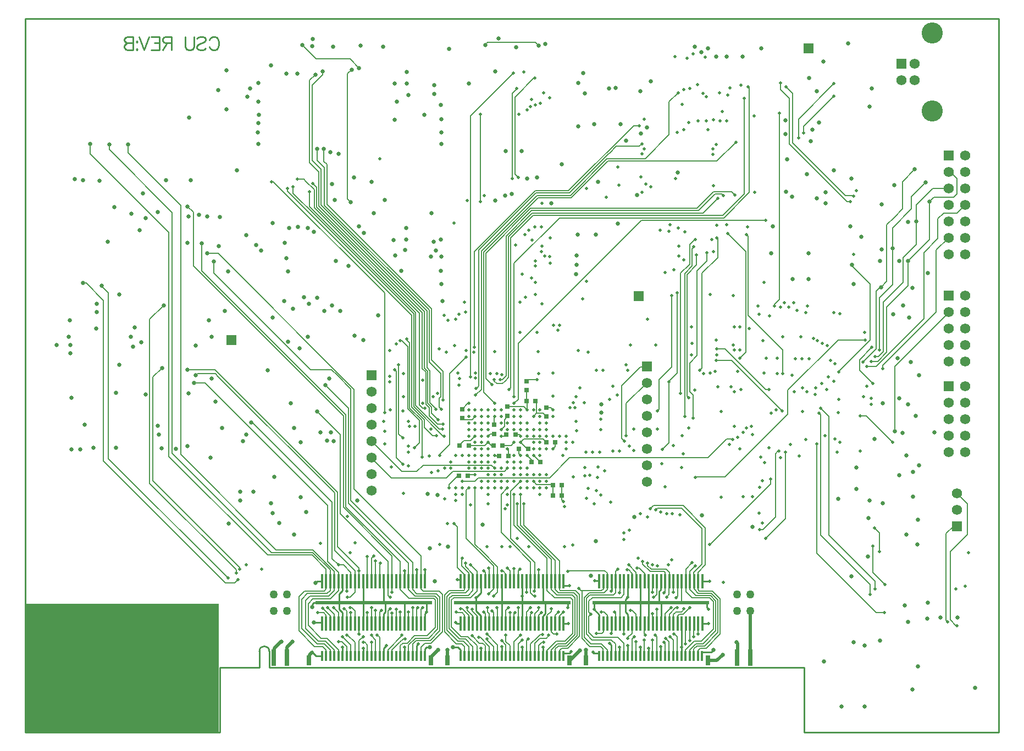
<source format=gbl>
%FSLAX23Y23*%
%MOIN*%
G70*
G01*
G75*
G04 Layer_Physical_Order=8*
G04 Layer_Color=16711680*
%ADD10C,0.040*%
%ADD11R,0.030X0.030*%
%ADD12R,0.037X0.035*%
%ADD13R,0.037X0.035*%
%ADD14R,0.075X0.020*%
%ADD15R,0.020X0.075*%
%ADD16R,0.330X0.370*%
%ADD17R,0.040X0.160*%
%ADD18R,0.090X0.012*%
%ADD19R,0.012X0.090*%
%ADD20R,0.031X0.060*%
%ADD21R,0.014X0.060*%
%ADD22R,0.030X0.100*%
%ADD23O,0.080X0.024*%
%ADD24O,0.024X0.080*%
%ADD25R,0.070X0.078*%
%ADD26R,0.063X0.063*%
%ADD27R,0.035X0.037*%
%ADD28R,0.035X0.037*%
%ADD29R,0.015X0.100*%
%ADD30O,0.015X0.100*%
%ADD31R,0.098X0.051*%
%ADD32R,0.100X0.052*%
%ADD33R,0.128X0.128*%
%ADD34R,0.020X0.012*%
%ADD35R,0.012X0.020*%
%ADD36R,0.085X0.071*%
%ADD37R,0.071X0.085*%
%ADD38R,0.030X0.030*%
%ADD39R,0.125X0.060*%
%ADD40R,0.030X0.037*%
%ADD41R,0.060X0.050*%
%ADD42R,0.037X0.030*%
%ADD43R,0.050X0.060*%
%ADD44R,0.100X0.095*%
%ADD45R,0.060X0.060*%
%ADD46R,0.060X0.125*%
%ADD47R,0.028X0.017*%
%ADD48R,0.095X0.100*%
%ADD49R,0.063X0.063*%
%ADD50R,0.060X0.060*%
%ADD51O,0.071X0.012*%
%ADD52O,0.012X0.071*%
%ADD53R,0.100X0.280*%
%ADD54R,0.045X0.014*%
%ADD55R,0.057X0.022*%
%ADD56R,0.057X0.022*%
%ADD57R,0.022X0.057*%
%ADD58R,0.022X0.057*%
%ADD59C,0.019*%
%ADD60R,1.170X0.780*%
%ADD61C,0.006*%
%ADD62C,0.008*%
%ADD63C,0.020*%
%ADD64C,0.010*%
%ADD65C,0.015*%
%ADD66C,0.050*%
%ADD67C,0.062*%
%ADD68R,0.062X0.062*%
%ADD69C,0.128*%
%ADD70C,0.236*%
%ADD71C,0.025*%
%ADD72C,0.020*%
%ADD73C,0.040*%
G04:AMPARAMS|DCode=74|XSize=85mil|YSize=85mil|CornerRadius=0mil|HoleSize=0mil|Usage=FLASHONLY|Rotation=0.000|XOffset=0mil|YOffset=0mil|HoleType=Round|Shape=Relief|Width=10mil|Gap=10mil|Entries=4|*
%AMTHD74*
7,0,0,0.085,0.065,0.010,45*
%
%ADD74THD74*%
%ADD75C,0.082*%
%ADD76C,0.132*%
G04:AMPARAMS|DCode=77|XSize=102mil|YSize=102mil|CornerRadius=0mil|HoleSize=0mil|Usage=FLASHONLY|Rotation=0.000|XOffset=0mil|YOffset=0mil|HoleType=Round|Shape=Relief|Width=10mil|Gap=10mil|Entries=4|*
%AMTHD77*
7,0,0,0.102,0.082,0.010,45*
%
%ADD77THD77*%
%ADD78C,0.065*%
G04:AMPARAMS|DCode=79|XSize=178mil|YSize=178mil|CornerRadius=0mil|HoleSize=0mil|Usage=FLASHONLY|Rotation=0.000|XOffset=0mil|YOffset=0mil|HoleType=Round|Shape=Relief|Width=10mil|Gap=10mil|Entries=4|*
%AMTHD79*
7,0,0,0.178,0.158,0.010,45*
%
%ADD79THD79*%
G04:AMPARAMS|DCode=80|XSize=96mil|YSize=96mil|CornerRadius=0mil|HoleSize=0mil|Usage=FLASHONLY|Rotation=0.000|XOffset=0mil|YOffset=0mil|HoleType=Round|Shape=Relief|Width=10mil|Gap=10mil|Entries=4|*
%AMTHD80*
7,0,0,0.096,0.076,0.010,45*
%
%ADD80THD80*%
%ADD81C,0.035*%
%ADD82C,0.030*%
%ADD83C,0.158*%
%ADD84C,0.076*%
%ADD85R,0.016X0.085*%
%ADD86R,0.707X0.020*%
%ADD87C,0.009*%
D11*
X2875Y1675D02*
D03*
X2930D02*
D03*
X3050Y1720D02*
D03*
X2995D02*
D03*
X2918Y1805D02*
D03*
X2973D02*
D03*
X2840Y1740D02*
D03*
X2895D02*
D03*
X2685Y1555D02*
D03*
X2630D02*
D03*
X3200Y1500D02*
D03*
X3255D02*
D03*
X3070Y1640D02*
D03*
X3125D02*
D03*
X2690Y1740D02*
D03*
X2635D02*
D03*
X3160Y1759D02*
D03*
X3215D02*
D03*
X3095Y2010D02*
D03*
X3040D02*
D03*
X3200Y1435D02*
D03*
X3255D02*
D03*
D20*
X3402Y435D02*
D03*
X4142D02*
D03*
X3302D02*
D03*
X2562D02*
D03*
X2462D02*
D03*
X1722D02*
D03*
D21*
X1825Y462D02*
D03*
X1850D02*
D03*
X1875D02*
D03*
X1900D02*
D03*
X1925D02*
D03*
X1950D02*
D03*
X1975D02*
D03*
X2000D02*
D03*
X2025D02*
D03*
X2050D02*
D03*
X2075D02*
D03*
X2100D02*
D03*
X2125D02*
D03*
X2150D02*
D03*
X2175D02*
D03*
X2200D02*
D03*
X2225D02*
D03*
X2250D02*
D03*
X2275D02*
D03*
X2300D02*
D03*
X2325D02*
D03*
X2350D02*
D03*
X2375D02*
D03*
X2400D02*
D03*
X2640D02*
D03*
X2665D02*
D03*
X2690D02*
D03*
X2715D02*
D03*
X2740D02*
D03*
X2765D02*
D03*
X2790D02*
D03*
X2815D02*
D03*
X2840D02*
D03*
X2865D02*
D03*
X2890D02*
D03*
X2915D02*
D03*
X2940D02*
D03*
X2965D02*
D03*
X2990D02*
D03*
X3015D02*
D03*
X3040D02*
D03*
X3065D02*
D03*
X3090D02*
D03*
X3115D02*
D03*
X3140D02*
D03*
X3165D02*
D03*
X3190D02*
D03*
X3215D02*
D03*
X3240D02*
D03*
X3265D02*
D03*
X3480Y463D02*
D03*
X3505D02*
D03*
X3530D02*
D03*
X3555D02*
D03*
X3580D02*
D03*
X3605D02*
D03*
X3630D02*
D03*
X3655D02*
D03*
X3680D02*
D03*
X3705D02*
D03*
X3730D02*
D03*
X3755D02*
D03*
X3780D02*
D03*
X3805D02*
D03*
X3830D02*
D03*
X3855D02*
D03*
X3880D02*
D03*
X3905D02*
D03*
X3930D02*
D03*
X3955D02*
D03*
X3980D02*
D03*
X4005D02*
D03*
X4030D02*
D03*
X4055D02*
D03*
X4080D02*
D03*
X4105D02*
D03*
X1800Y462D02*
D03*
X2425D02*
D03*
D22*
X1508Y453D02*
D03*
X1587D02*
D03*
X4318Y453D02*
D03*
X4397D02*
D03*
D38*
X2845Y1810D02*
D03*
Y1865D02*
D03*
X3160Y1915D02*
D03*
Y1970D02*
D03*
X2650Y1905D02*
D03*
Y1960D02*
D03*
X2925Y1920D02*
D03*
Y1975D02*
D03*
X3040Y2130D02*
D03*
Y2075D02*
D03*
D45*
X4750Y4150D02*
D03*
X1250Y2380D02*
D03*
X3720Y2645D02*
D03*
D60*
X590Y390D02*
D03*
D61*
X2515Y1680D02*
Y1685D01*
X2000Y915D02*
Y980D01*
Y850D02*
Y915D01*
X1045Y2175D02*
X1155D01*
X1035Y2165D02*
X1045Y2175D01*
X2455Y1999D02*
X2490Y1964D01*
X2455Y1999D02*
Y2194D01*
X2490Y1960D02*
Y1964D01*
X2442Y1995D02*
X2465Y1972D01*
X2442Y1995D02*
Y2190D01*
X2465Y1935D02*
Y1972D01*
X2430Y1990D02*
X2450Y1970D01*
Y1920D02*
Y1970D01*
X2430Y1990D02*
Y2185D01*
X2320Y1962D02*
X2390Y1892D01*
Y1755D02*
Y1892D01*
X2320Y1962D02*
Y2340D01*
X2332Y1967D02*
X2406Y1893D01*
Y1669D02*
Y1893D01*
X2332Y1967D02*
Y2363D01*
X2420Y1849D02*
Y1896D01*
X2344Y1972D02*
X2420Y1896D01*
X2344Y1972D02*
Y2531D01*
X2420Y1849D02*
X2470Y1799D01*
X2494D01*
X2356Y1977D02*
X2535Y1798D01*
X2356Y1977D02*
Y2539D01*
X2535Y1798D02*
X2540D01*
X2368Y1982D02*
X2509Y1841D01*
X2529D01*
X2368Y1982D02*
Y2546D01*
X2450Y1920D02*
X2500Y1870D01*
X2535D01*
X2465Y1935D02*
X2505Y1895D01*
X1770Y1945D02*
X1910Y1805D01*
Y1325D02*
Y1805D01*
X4105Y2210D02*
Y2785D01*
X4090Y2195D02*
X4105Y2210D01*
X2436Y2213D02*
Y2558D01*
Y2213D02*
X2455Y2194D01*
X2422Y2210D02*
X2442Y2190D01*
X2422Y2210D02*
Y2552D01*
X2408Y2207D02*
X2430Y2185D01*
X2408Y2207D02*
Y2546D01*
X2390Y2070D02*
Y2544D01*
X1753Y3182D02*
X2390Y2544D01*
Y1985D02*
Y2070D01*
Y1985D02*
X2410Y1965D01*
X2425D01*
X2529Y1841D02*
X2530Y1840D01*
X1746Y3168D02*
X2368Y2546D01*
X1759Y3136D02*
X2356Y2539D01*
X1592Y3283D02*
X2344Y2531D01*
X2315Y2380D02*
X2332Y2363D01*
X2025Y595D02*
Y670D01*
X2350Y865D02*
Y1030D01*
X3805Y650D02*
Y720D01*
X3905Y1755D02*
Y2130D01*
Y3625D02*
Y3825D01*
X3528Y3479D02*
X3759D01*
X3905Y3625D01*
Y3825D02*
X3960Y3880D01*
X1725Y3189D02*
X1746Y3168D01*
X1725Y3189D02*
Y3280D01*
X1701Y3344D02*
X1753Y3292D01*
X1690Y3355D02*
X1701Y3344D01*
X1650Y3355D02*
X1690D01*
X1753Y3182D02*
Y3292D01*
X2325Y865D02*
Y1025D01*
X1960Y1390D02*
Y1965D01*
X1820Y2105D02*
X1960Y1965D01*
X1020Y2830D02*
Y3155D01*
X985Y3190D02*
X1020Y3155D01*
X475Y1645D02*
Y2620D01*
X370Y2725D02*
X475Y2620D01*
X350Y2725D02*
X370D01*
X2765Y900D02*
Y915D01*
X3015Y785D02*
X3015Y785D01*
X2425Y660D02*
Y670D01*
X3885Y570D02*
X3905Y550D01*
X4045Y815D02*
X4151D01*
X4006Y854D02*
X4045Y815D01*
X4006Y854D02*
Y991D01*
X4045Y1030D01*
X4030Y975D02*
X4065Y1010D01*
X4030Y865D02*
Y975D01*
X3980Y1360D02*
X4105Y1235D01*
X4055Y970D02*
X4105Y1020D01*
X4055Y901D02*
Y970D01*
X4105Y1020D02*
Y1235D01*
X4080Y970D02*
X4125Y1015D01*
X3810Y1375D02*
X3990D01*
X4080Y865D02*
Y970D01*
X4125Y1015D02*
Y1240D01*
X3990Y1375D02*
X4125Y1240D01*
X3906Y880D02*
Y969D01*
X2025Y915D02*
Y980D01*
X3040Y850D02*
Y915D01*
X2860Y2115D02*
X2894D01*
X2909Y2130D02*
X2931Y2152D01*
X2894Y2115D02*
X2909Y2130D01*
X2845Y2130D02*
X2860Y2115D01*
X2845Y2130D02*
Y2140D01*
X1900Y860D02*
Y970D01*
X1835Y1035D02*
Y1375D01*
X1120Y2090D02*
X1835Y1375D01*
X2969Y3386D02*
Y3854D01*
Y3386D02*
X2990Y3365D01*
X3065Y3179D02*
X4074D01*
X4175Y3280D02*
X4285D01*
X4305Y3260D01*
X4074Y3179D02*
X4175Y3280D01*
X3071Y3165D02*
X4085D01*
X4185Y3265D02*
X4225D01*
X4235Y3255D01*
X4085Y3165D02*
X4185Y3265D01*
X3075Y3149D02*
X4109D01*
X4200Y3240D01*
X3865Y1715D02*
X3905Y1755D01*
X3302Y1665D02*
X4140D01*
X4255Y1780D01*
X4285D02*
X4290Y1775D01*
X4255Y1780D02*
X4285D01*
X5059Y2259D02*
X5135Y2335D01*
X5059Y2196D02*
Y2259D01*
Y2196D02*
X5140Y2115D01*
X3835Y1360D02*
X3980D01*
X3825Y1350D02*
X3835Y1360D01*
X4080Y914D02*
X4081Y915D01*
X3775Y1010D02*
X3796Y989D01*
X3775Y1010D02*
Y1025D01*
X3725Y995D02*
X3756Y964D01*
Y915D02*
Y964D01*
X3710Y995D02*
X3725D01*
X2810D02*
X2815Y990D01*
Y915D02*
Y990D01*
X2790Y915D02*
Y970D01*
X2780Y980D02*
X2790Y970D01*
X1861Y1054D02*
Y1395D01*
Y1054D02*
X1900Y1015D01*
X1695Y858D02*
X1813D01*
X1825Y870D02*
Y905D01*
X1813Y858D02*
X1825Y870D01*
Y905D02*
X1825Y905D01*
X1745Y810D02*
X1850D01*
X1900Y860D01*
X1726Y826D02*
X1841D01*
X1875Y860D02*
Y915D01*
X1841Y826D02*
X1875Y860D01*
X2650Y725D02*
X2665Y710D01*
Y660D02*
Y710D01*
X2620Y725D02*
X2650D01*
X2615Y730D02*
X2620Y725D01*
X2000Y660D02*
Y735D01*
X1970Y755D02*
X1980D01*
X2000Y735D01*
X1900Y462D02*
Y500D01*
X1795Y570D02*
X1830D01*
X1900Y500D01*
X1875Y462D02*
Y500D01*
X1778Y552D02*
X1822D01*
X1875Y500D01*
X1850Y860D02*
Y985D01*
X1769Y536D02*
X1813D01*
X1850Y462D02*
Y500D01*
X1813Y536D02*
X1850Y500D01*
X1825Y462D02*
Y500D01*
X1755Y520D02*
X1804D01*
X1825Y500D01*
X1975Y462D02*
Y529D01*
X1924Y579D02*
X1975Y529D01*
X2100Y462D02*
Y545D01*
X2635Y566D02*
X2669D01*
X2715Y520D01*
Y462D02*
Y520D01*
X2965Y462D02*
Y550D01*
X3005Y590D01*
X3124Y594D02*
X3136D01*
X3065Y535D02*
X3108Y578D01*
Y578D02*
X3124Y594D01*
X3190Y610D02*
X3205Y595D01*
X3225D01*
X3190Y610D02*
Y660D01*
X3966Y716D02*
X3991D01*
X4030Y755D01*
X3906Y716D02*
X3945Y755D01*
X3906Y660D02*
Y716D01*
X3945Y755D02*
X3955D01*
X3103Y733D02*
X3115Y744D01*
X3090Y720D02*
X3103Y733D01*
X3115Y744D02*
Y755D01*
X2990Y660D02*
Y755D01*
X2865Y660D02*
Y750D01*
X2860Y755D02*
X2865Y750D01*
X2740Y660D02*
Y705D01*
X2710Y735D02*
Y745D01*
Y735D02*
X2740Y705D01*
X2715Y660D02*
Y705D01*
X2680Y740D02*
Y755D01*
Y740D02*
X2715Y705D01*
X2765Y510D02*
X2765Y510D01*
X3890Y820D02*
X3905Y835D01*
Y880D01*
X3372Y860D02*
X3495D01*
X3358Y873D02*
X3372Y860D01*
X3376Y569D02*
Y860D01*
X505Y1660D02*
Y2665D01*
X465Y2705D02*
X505Y2665D01*
X465Y2705D02*
Y2710D01*
X985Y2200D02*
X1150D01*
X1174Y2176D02*
X1893Y1457D01*
X1150Y2200D02*
X1174Y2176D01*
X1172Y2158D02*
X1877Y1453D01*
X1155Y2175D02*
X1172Y2158D01*
X755Y1510D02*
Y2505D01*
X840Y2590D01*
X775Y1525D02*
Y2155D01*
X830Y2210D01*
X1090Y2120D02*
X1120Y2090D01*
X1025Y2120D02*
X1090D01*
X1889Y2169D02*
X1975Y2083D01*
X1730Y2200D02*
X1858D01*
X1858D02*
X1889Y2169D01*
X1145Y2785D02*
X1730Y2200D01*
X1145Y2785D02*
Y2855D01*
X2400Y870D02*
Y1070D01*
X1105Y2905D02*
X1170D01*
X1995Y2080D01*
X2275Y865D02*
Y1037D01*
X1070Y2800D02*
X1945Y1925D01*
X1070Y2800D02*
Y2965D01*
X1020Y2830D02*
X1930Y1920D01*
X945Y1685D02*
Y3195D01*
X1875Y915D02*
Y978D01*
X625Y3515D02*
X945Y3195D01*
X625Y3515D02*
Y3565D01*
X510Y3535D02*
X892Y3153D01*
X510Y3535D02*
Y3565D01*
X435Y3470D02*
X872Y3033D01*
X395Y3510D02*
X447Y3458D01*
X395Y3510D02*
Y3570D01*
X4935Y2190D02*
X5125Y2380D01*
X4935Y2185D02*
Y2190D01*
X5125Y2380D02*
Y2720D01*
X5015Y2830D02*
X5125Y2720D01*
X5015Y2830D02*
Y2835D01*
X4013Y2040D02*
Y2778D01*
Y2040D02*
X4023Y2030D01*
X4025D01*
X4075Y2285D02*
Y2800D01*
X3975Y2785D02*
X4027Y2837D01*
X4027D02*
X4030Y2840D01*
X3645Y1995D02*
X3770Y2120D01*
X3645Y1800D02*
Y1995D01*
X3765Y2215D02*
X3770Y2220D01*
X4135Y2860D02*
Y2910D01*
X4075Y2800D02*
X4135Y2860D01*
X4105Y2785D02*
X4200Y2880D01*
Y2995D01*
X2100Y1765D02*
X2283Y1582D01*
X2374D01*
X2620Y1000D02*
Y1245D01*
X2600Y1265D02*
X2620Y1245D01*
X2600Y1265D02*
Y1270D01*
X2620Y1000D02*
X2665Y955D01*
Y865D02*
Y915D01*
Y920D02*
Y955D01*
X1995Y1475D02*
X2400Y1070D01*
X1975Y1405D02*
X2350Y1030D01*
X1960Y1390D02*
X2325Y1025D01*
X1945Y1367D02*
X2275Y1037D01*
X2225Y920D02*
Y1070D01*
X1930Y1365D02*
X2225Y1070D01*
X2200Y915D02*
Y1035D01*
X1910Y1325D02*
X2200Y1035D01*
X2125Y915D02*
Y1040D01*
X775Y1525D02*
X1300Y1000D01*
Y990D02*
Y1000D01*
X755Y1510D02*
X1280Y985D01*
Y965D02*
Y985D01*
X1740Y1075D02*
X1825Y990D01*
Y915D02*
Y990D01*
X1745Y1090D02*
X1850Y985D01*
X1745Y1108D02*
X1875Y978D01*
X1270Y905D02*
X1290Y925D01*
X1700Y643D02*
Y800D01*
X1726Y826D01*
X1712Y842D02*
X1832D01*
X1676Y806D02*
X1712Y842D01*
X1676Y629D02*
Y806D01*
X1505Y3340D02*
X2180Y2665D01*
Y1940D02*
Y2665D01*
X1495Y3340D02*
X1505D01*
X1592Y3283D02*
Y3298D01*
X1625Y3270D02*
Y3310D01*
Y3270D02*
X1759Y3136D01*
X1590Y3300D02*
X1592Y3298D01*
X1767Y3187D02*
Y3308D01*
X1745Y3330D02*
X1767Y3308D01*
X1780Y3194D02*
Y3400D01*
X1725Y3455D02*
X1780Y3400D01*
X1740Y3470D02*
Y3925D01*
X1795Y3199D02*
Y3415D01*
X1740Y3470D02*
X1795Y3415D01*
X1815Y3410D02*
X1815Y3410D01*
X1815Y3198D02*
Y3410D01*
X4390Y3275D02*
Y3910D01*
X3241Y3121D02*
X4236D01*
X4390Y3275D01*
X4359Y3265D02*
Y3830D01*
X3081Y3135D02*
X4229D01*
X4359Y3265D01*
X3534Y3465D02*
X4195D01*
X4310Y3580D01*
X1950Y670D02*
Y735D01*
X1935Y750D02*
X1950Y735D01*
X4056Y869D02*
Y901D01*
X4055D02*
X4056Y900D01*
X4066Y829D02*
X4157D01*
X4030Y865D02*
X4066Y829D01*
X2740Y915D02*
Y975D01*
X2700Y1015D02*
X2740Y975D01*
X2715Y915D02*
Y960D01*
X2670Y1005D02*
X2715Y960D01*
X2670Y1005D02*
Y1025D01*
X2690Y915D02*
Y965D01*
X2646Y1009D02*
X2690Y965D01*
X2646Y1051D02*
X2650Y1055D01*
X2646Y1009D02*
Y1051D01*
X3980Y730D02*
X3995Y745D01*
X3945Y730D02*
X3980D01*
X3931Y716D02*
X3939Y724D01*
X3939D02*
X3945Y730D01*
X3995Y745D02*
Y750D01*
X3931Y660D02*
Y716D01*
X4030Y755D02*
X4030Y755D01*
X3956Y706D02*
X3966Y716D01*
X3956Y660D02*
Y706D01*
X2700Y1770D02*
X2728Y1798D01*
X2660Y1770D02*
X2700D01*
X2635Y1744D02*
X2660Y1770D01*
X2635Y1740D02*
Y1744D01*
X2715Y1135D02*
X2840Y1009D01*
X2675Y1470D02*
X2689Y1484D01*
X2689D01*
X2515Y1685D02*
X2575Y1745D01*
Y2175D02*
X2675Y2275D01*
X2575Y1745D02*
Y2175D01*
X3630Y835D02*
Y915D01*
X1893Y1127D02*
X2025Y995D01*
Y980D02*
Y995D01*
X1877Y1103D02*
X2000Y980D01*
X1832Y842D02*
X1850Y860D01*
X1676Y629D02*
X1769Y536D01*
X1660Y615D02*
X1755Y520D01*
X1701Y629D02*
Y643D01*
Y629D02*
X1778Y552D01*
X1716Y649D02*
Y781D01*
Y649D02*
X1795Y570D01*
X1716Y781D02*
X1745Y810D01*
X3585Y3555D02*
X3725D01*
X3543Y3513D02*
X3585Y3555D01*
X3725D02*
X3740Y3570D01*
X3301Y3272D02*
X3542Y3513D01*
X3543D01*
X3295Y3286D02*
X3689Y3680D01*
X3725D01*
X3110Y3244D02*
X3312D01*
X3534Y3465D01*
X3104Y3258D02*
X3307D01*
X3528Y3479D01*
X3098Y3272D02*
X3301D01*
X3093Y3286D02*
X3295D01*
X2955Y3875D02*
X2985Y3905D01*
X2955Y3360D02*
Y3875D01*
X2980Y3905D02*
X2985D01*
X4385Y3915D02*
X4390Y3910D01*
X4359Y3830D02*
X4360Y3831D01*
Y3845D01*
X2969Y3854D02*
X3090Y3975D01*
X2760Y3220D02*
Y3750D01*
X4488Y3107D02*
X4490Y3105D01*
X4013Y2778D02*
X4070Y2835D01*
Y2895D01*
X4044Y2934D02*
X4055Y2945D01*
X4044Y2829D02*
Y2934D01*
X4030Y2840D02*
Y2960D01*
X4060Y2990D01*
X4065D01*
X3999Y2784D02*
X4044Y2829D01*
X2965Y2036D02*
Y2846D01*
X3241Y3121D01*
X2945Y2090D02*
Y2999D01*
X3081Y3135D01*
X2931Y2152D02*
Y3005D01*
X3075Y3149D01*
X2917Y2162D02*
Y3011D01*
X3071Y3165D01*
X2794Y2146D02*
Y2908D01*
X3065Y3179D01*
X2265Y1810D02*
Y2230D01*
X2464Y2261D02*
Y2569D01*
X1829Y3204D02*
X2464Y2569D01*
X2535Y2015D02*
Y2190D01*
X2464Y2261D02*
X2535Y2190D01*
X2521Y2036D02*
Y2175D01*
X1815Y3198D02*
X2450Y2563D01*
Y2246D02*
X2521Y2175D01*
X2450Y2246D02*
Y2563D01*
X1795Y3199D02*
X2436Y2558D01*
X1780Y3194D02*
X2422Y2552D01*
X1767Y3187D02*
X2408Y2546D01*
X2725Y2918D02*
X3093Y3286D01*
X2725Y2335D02*
Y2918D01*
X2752Y2925D02*
X3098Y3272D01*
X2752Y2102D02*
Y2925D01*
X2766Y2920D02*
X3104Y3258D01*
X2766Y2081D02*
Y2920D01*
X2780Y2062D02*
Y2914D01*
X3110Y3244D01*
X3295Y980D02*
X3515D01*
X3290Y975D02*
X3295Y980D01*
X2240Y2200D02*
X2250Y2190D01*
X2494Y1799D02*
X2495Y1800D01*
X2886Y1602D02*
Y1602D01*
X2847Y1602D02*
Y1602D01*
X3004Y1602D02*
Y1602D01*
X2865Y913D02*
Y1004D01*
X2728Y1141D02*
X2773Y1096D01*
X2728Y1141D02*
Y1484D01*
X2965Y1602D02*
Y1602D01*
X3004Y1256D02*
Y1424D01*
X3004Y1424D02*
Y1444D01*
X1950Y855D02*
Y915D01*
X2807Y1602D02*
X2807D01*
X3024Y1256D02*
X3240Y1039D01*
X3024Y1256D02*
Y1385D01*
X3004Y1256D02*
X3215Y1044D01*
X2984Y1255D02*
X3030Y1210D01*
X3030D02*
X3190Y1049D01*
X2984Y1255D02*
Y1385D01*
X2965Y1255D02*
X3019Y1201D01*
X2965Y1255D02*
Y1444D01*
X2945Y1464D02*
X3004Y1523D01*
X2978Y1142D02*
X3090Y1029D01*
X2945Y1175D02*
X2978Y1142D01*
X2945Y1175D02*
Y1464D01*
X3065Y913D02*
Y1034D01*
X2950Y1150D02*
X3065Y1034D01*
X2886Y1214D02*
X2950Y1150D01*
X2886Y1214D02*
Y1444D01*
X2925Y1484D01*
X2925D01*
X3240Y865D02*
Y915D01*
Y1039D01*
X3215Y865D02*
Y932D01*
Y1044D01*
X3019Y1201D02*
X3165Y1055D01*
X3190Y865D02*
Y915D01*
Y1049D01*
X3090Y860D02*
Y932D01*
Y1029D01*
X3165Y860D02*
Y915D01*
Y915D02*
X3165Y915D01*
X3165Y915D02*
Y1055D01*
X3065Y845D02*
Y913D01*
X2773Y1096D02*
X2865Y1004D01*
X2795Y565D02*
X2840Y520D01*
X2840Y870D02*
Y913D01*
X2865Y850D02*
Y913D01*
X3448Y575D02*
X3595D01*
X3418Y730D02*
Y796D01*
Y730D02*
X3430Y718D01*
X3418Y703D02*
X3430Y715D01*
X3418Y605D02*
Y703D01*
Y605D02*
X3448Y575D01*
X3630Y920D02*
Y955D01*
X3530Y915D02*
Y965D01*
X3515Y980D02*
X3530Y965D01*
X3424Y832D02*
X3567D01*
X3404Y595D02*
Y812D01*
X3424Y832D01*
X3440Y818D02*
X3613D01*
X3418Y796D02*
X3440Y818D01*
X3506Y871D02*
Y915D01*
Y920D02*
Y954D01*
X3790Y1355D02*
X3810Y1375D01*
X3705Y915D02*
Y970D01*
X3660Y1015D02*
X3705Y970D01*
X4150Y915D02*
X4150Y915D01*
X3880Y665D02*
Y720D01*
X3980Y790D02*
X3981Y791D01*
Y915D01*
X3930Y914D02*
X3931Y915D01*
X3930Y850D02*
Y914D01*
X3935Y600D02*
X3955Y580D01*
X3945Y815D02*
X3956Y826D01*
Y915D01*
X3880Y850D02*
Y940D01*
X3870Y840D02*
X3880Y850D01*
X3830Y835D02*
Y914D01*
X3815Y820D02*
X3830Y835D01*
X3810Y820D02*
X3815D01*
X3955Y463D02*
Y580D01*
X3935Y596D02*
Y600D01*
X3930Y463D02*
Y560D01*
X3910Y580D02*
X3930Y560D01*
X3320Y599D02*
Y802D01*
X3273Y552D02*
X3320Y599D01*
X3165Y495D02*
X3222Y552D01*
X3273D01*
X3334Y594D02*
Y816D01*
X3278Y538D02*
X3334Y594D01*
X3228Y538D02*
X3278D01*
X3190Y500D02*
X3228Y538D01*
X3348Y588D02*
Y825D01*
X3284Y524D02*
X3348Y588D01*
X3215Y462D02*
Y505D01*
X3234Y524D01*
X3284D01*
X3290Y510D02*
X3362Y582D01*
X3240Y495D02*
X3255Y510D01*
X3290D01*
X3240Y462D02*
Y495D01*
X3245Y860D02*
X3337D01*
X3362Y582D02*
Y835D01*
X3337Y860D02*
X3362Y835D01*
X3234Y846D02*
X3327D01*
X3348Y825D01*
X3223Y832D02*
X3318D01*
X3334Y816D01*
X3209Y816D02*
X3306D01*
X3320Y802D01*
X3190Y462D02*
Y500D01*
X3165Y860D02*
X3209Y816D01*
X3190Y865D02*
X3223Y832D01*
X3215Y865D02*
X3234Y846D01*
X3240Y865D02*
X3245Y860D01*
X3165Y462D02*
Y495D01*
X2940Y725D02*
X2940Y725D01*
Y660D02*
Y725D01*
X2915Y740D02*
X2930Y755D01*
X2915Y660D02*
Y740D01*
X2840Y665D02*
Y725D01*
X2830Y735D02*
X2840Y725D01*
X2865Y660D02*
Y660D01*
X2805Y730D02*
X2815Y720D01*
X2805Y730D02*
Y755D01*
X2815Y660D02*
Y720D01*
X2790Y660D02*
Y720D01*
Y660D02*
X2790Y660D01*
Y660D01*
X2780Y730D02*
X2790Y720D01*
X2940Y470D02*
Y525D01*
X2915Y550D02*
Y590D01*
Y550D02*
X2940Y525D01*
X2890Y555D02*
X2915Y530D01*
X2890Y785D02*
X2890Y785D01*
X2840Y825D02*
X2865Y850D01*
X2640Y915D02*
Y920D01*
X2690Y915D02*
X2690Y915D01*
Y915D01*
X2810Y840D02*
X2840Y870D01*
X2840Y462D02*
Y520D01*
X2795Y565D02*
X2800D01*
X2865Y462D02*
Y530D01*
X2800Y595D02*
X2865Y530D01*
X2815Y475D02*
Y520D01*
X2760Y575D02*
X2815Y520D01*
X2750Y575D02*
X2760D01*
X2990Y915D02*
Y980D01*
X3000Y990D01*
X2965Y920D02*
Y992D01*
X2940Y915D02*
Y980D01*
X2925Y995D02*
X2940Y980D01*
X2900Y975D02*
X2915Y960D01*
X2890Y980D02*
X2895Y975D01*
X2900D01*
X2915Y915D02*
Y960D01*
X2790Y465D02*
Y525D01*
X2755Y540D02*
X2775D01*
X2710Y585D02*
X2755Y540D01*
X2775D02*
X2790Y525D01*
X2740Y660D02*
Y660D01*
X2650Y750D02*
X2690Y710D01*
X2690Y660D02*
Y670D01*
X2640Y750D02*
X2650D01*
X2690Y670D02*
Y710D01*
X2965Y915D02*
Y920D01*
X2400Y462D02*
Y515D01*
X2425Y540D02*
X2460D01*
X2529Y609D01*
X2400Y515D02*
X2425Y540D01*
X2665Y462D02*
Y520D01*
X2543Y610D02*
Y833D01*
Y610D02*
X2615Y538D01*
X2647D01*
X2665Y520D01*
X2690Y462D02*
Y520D01*
X2557Y620D02*
Y822D01*
Y620D02*
X2625Y552D01*
X2658D01*
X2690Y520D01*
X2571Y630D02*
Y812D01*
Y630D02*
X2635Y566D01*
X2740Y462D02*
Y525D01*
X2585Y640D02*
Y802D01*
Y640D02*
X2645Y580D01*
X2685D01*
X2740Y525D01*
X2529Y609D02*
Y836D01*
X2415Y855D02*
X2510D01*
X2529Y836D01*
X2374Y841D02*
X2494D01*
X2515Y820D01*
Y615D02*
Y820D01*
X2487Y635D02*
Y803D01*
X2477Y813D02*
X2487Y803D01*
X2501Y625D02*
Y810D01*
X2484Y827D02*
X2501Y810D01*
X2363Y827D02*
X2484D01*
X2327Y813D02*
X2477D01*
X2350Y462D02*
Y535D01*
X2457Y557D02*
X2515Y615D01*
X2372Y557D02*
X2457D01*
X2350Y535D02*
X2372Y557D01*
X2325Y462D02*
Y530D01*
X2447Y571D02*
X2501Y625D01*
X2366Y571D02*
X2447D01*
X2325Y530D02*
X2366Y571D01*
X2291Y541D02*
X2316D01*
X2437Y585D02*
X2487Y635D01*
X2316Y541D02*
X2360Y585D01*
X2437D01*
X2570Y860D02*
X2660D01*
X2543Y833D02*
X2570Y860D01*
X2580Y845D02*
X2670D01*
X2557Y822D02*
X2580Y845D01*
X2590Y831D02*
X2686D01*
X2571Y812D02*
X2590Y831D01*
X2600Y817D02*
X2702D01*
X2585Y802D02*
X2600Y817D01*
X2275Y525D02*
X2291Y541D01*
X2275Y525D02*
X2275D01*
X2275Y865D02*
X2327Y813D01*
X2325Y865D02*
X2363Y827D01*
X2350Y865D02*
X2374Y841D01*
X2400Y870D02*
X2415Y855D01*
X2300Y980D02*
X2300Y980D01*
X2425Y985D02*
X2425Y985D01*
X2375Y985D02*
X2375Y985D01*
X2740Y915D02*
X2740Y915D01*
X2740Y855D02*
Y915D01*
X2702Y817D02*
X2740Y855D01*
X2686Y831D02*
X2715Y860D01*
X2670Y845D02*
X2690Y865D01*
X2660Y860D02*
X2665Y865D01*
X2715Y860D02*
Y905D01*
X2690Y865D02*
Y915D01*
X2270Y545D02*
X2293Y568D01*
X2225Y462D02*
Y486D01*
Y485D02*
X2225Y486D01*
X2293Y568D02*
X2303D01*
X2200Y830D02*
Y910D01*
Y830D02*
X2215Y815D01*
X2225Y486D02*
Y500D01*
X2270Y545D01*
X2200Y462D02*
Y500D01*
X2285Y585D01*
Y590D01*
X2425Y790D02*
X2425Y790D01*
X2375Y790D02*
X2375Y790D01*
X2300Y785D02*
X2300Y785D01*
X2050Y790D02*
X2050Y790D01*
Y915D01*
X1875Y915D02*
X1875Y915D01*
X1825Y660D02*
Y675D01*
X1825D02*
Y710D01*
X1775Y725D02*
X1810D01*
X1825Y710D01*
X1900Y665D02*
Y725D01*
X1900Y660D02*
Y665D01*
X1870Y755D02*
X1900Y725D01*
X1875Y660D02*
Y715D01*
X1835Y755D02*
X1875Y715D01*
X1850Y660D02*
Y705D01*
X1803Y752D02*
X1850Y705D01*
X1920Y550D02*
X1950Y520D01*
Y462D02*
Y520D01*
X1900Y550D02*
X1920D01*
X1955Y590D02*
X2000Y545D01*
X1950Y590D02*
X1955D01*
X2000Y462D02*
Y490D01*
Y490D02*
X2000Y490D01*
Y545D01*
X1955Y820D02*
X1970D01*
X2000Y850D01*
X2050Y545D02*
X2060D01*
X2075Y530D01*
X2025Y462D02*
Y555D01*
X2050Y580D01*
X2025Y595D02*
X2030Y590D01*
X1975Y660D02*
X1975Y660D01*
X1975Y660D02*
Y725D01*
X2150Y462D02*
Y575D01*
X2135Y590D02*
X2150Y575D01*
X2125Y462D02*
Y560D01*
X2100Y585D02*
X2125Y560D01*
X2100Y585D02*
Y590D01*
X2190Y525D02*
X2190D01*
X2150Y730D02*
X2160Y740D01*
X2150Y660D02*
Y730D01*
X2075Y725D02*
X2075Y725D01*
Y660D02*
Y725D01*
X2100Y660D02*
X2100Y660D01*
X2100Y660D02*
Y755D01*
X2125Y740D02*
X2125Y740D01*
Y660D02*
Y740D01*
X2050Y790D02*
X2050Y790D01*
X2325Y730D02*
X2325Y730D01*
X2300Y640D02*
Y670D01*
X2350Y660D02*
X2350Y660D01*
X2350Y660D02*
Y755D01*
X2325Y660D02*
Y730D01*
X2375Y750D02*
X2380Y755D01*
X2375Y660D02*
Y750D01*
X2400Y660D02*
X2400Y660D01*
X2400Y660D02*
Y745D01*
X2410Y755D01*
X2150Y915D02*
Y1020D01*
X2155Y1025D01*
X2100Y1055D02*
X2115Y1070D01*
X2100Y915D02*
Y1055D01*
X2075Y915D02*
Y1065D01*
X2990Y535D02*
X3015Y560D01*
X2990Y462D02*
Y535D01*
X3010Y520D02*
X3015Y515D01*
X2915Y462D02*
Y530D01*
X3140Y515D02*
X3140Y515D01*
X2275Y462D02*
Y525D01*
X2300Y515D02*
X2300Y515D01*
X2075Y462D02*
Y530D01*
X2050Y515D02*
X2050Y515D01*
X2275Y660D02*
X2275Y660D01*
X2275Y660D02*
Y730D01*
X2250Y745D02*
X2250Y745D01*
Y660D02*
Y745D01*
X2225Y660D02*
X2225Y660D01*
X2225Y660D02*
Y724D01*
X2200Y735D02*
X2215Y750D01*
X2200Y660D02*
Y735D01*
X1925Y462D02*
X1925Y462D01*
X2815Y475D02*
X2815Y475D01*
X2815Y462D02*
Y475D01*
X2865Y660D02*
X2865Y660D01*
X2815Y660D02*
X2815Y660D01*
X2715Y660D02*
X2715Y660D01*
X2665Y660D02*
X2665Y660D01*
X3115Y659D02*
X3115Y660D01*
X1800Y455D02*
X1800Y455D01*
X3040Y555D02*
X3050Y565D01*
X3040Y462D02*
Y555D01*
X2965Y660D02*
Y720D01*
X2970Y725D01*
X3040Y670D02*
Y730D01*
X3065Y755D01*
X3070Y720D02*
Y725D01*
X3065Y715D02*
X3070Y720D01*
X3065Y660D02*
Y715D01*
Y660D02*
X3065Y660D01*
X3090D02*
Y720D01*
X3115Y710D02*
X3130Y725D01*
X3295Y660D02*
X3295Y660D01*
X3065Y462D02*
Y495D01*
X3065Y495D01*
Y535D01*
X3115Y462D02*
Y525D01*
X3065Y845D02*
X3085Y825D01*
X3090D01*
X3086Y856D02*
X3090Y860D01*
X3115Y915D02*
Y985D01*
X3115Y525D02*
X3135Y545D01*
X3145D01*
X3090Y462D02*
Y540D01*
X3175Y585D02*
Y590D01*
X3160Y570D02*
X3175Y585D01*
X3110Y560D02*
X3120Y570D01*
X3090Y540D02*
X3110Y560D01*
X3120Y570D02*
X3160D01*
X3189Y734D02*
Y751D01*
X3165Y660D02*
Y711D01*
X3189Y734D01*
X3215Y660D02*
Y710D01*
X3235Y730D01*
X3240Y660D02*
Y705D01*
X3265Y730D01*
X3265Y462D02*
Y480D01*
X3265Y480D01*
X3505Y463D02*
X3505Y463D01*
X3490Y520D02*
X3505Y505D01*
Y463D02*
Y505D01*
X3530Y463D02*
Y500D01*
X3495Y535D02*
X3530Y500D01*
X3425Y520D02*
X3490D01*
X3376Y569D02*
X3425Y520D01*
X3390Y575D02*
X3430Y535D01*
X3495D01*
Y860D02*
X3506Y871D01*
X3390Y817D02*
X3419Y846D01*
X3511D01*
X3530Y865D01*
Y914D01*
X3390Y575D02*
Y817D01*
X3613Y818D02*
X3630Y835D01*
X3606Y846D02*
Y915D01*
X3605Y845D02*
X3606Y846D01*
X3567Y832D02*
X3580Y845D01*
X3555Y855D02*
X3556Y856D01*
X3465Y600D02*
X3496D01*
X3506Y610D01*
Y660D01*
X3556Y601D02*
Y660D01*
X3630Y463D02*
X3630Y463D01*
X3530Y660D02*
X3531Y660D01*
Y709D01*
X3495Y730D02*
X3510D01*
X3531Y709D01*
X3580Y845D02*
Y914D01*
X3581Y915D01*
X3530Y914D02*
X3531Y915D01*
X3631D02*
Y915D01*
X3630Y914D02*
X3631Y915D01*
X3575Y735D02*
X3580Y730D01*
Y660D02*
Y730D01*
Y660D02*
X3581Y660D01*
X3630Y463D02*
Y540D01*
X3595Y575D02*
X3611Y559D01*
Y559D02*
X3630Y540D01*
X3554Y561D02*
X3580Y535D01*
X3438Y561D02*
X3554D01*
X3404Y595D02*
X3438Y561D01*
X3580Y463D02*
Y535D01*
X3605Y463D02*
X3605Y463D01*
X3631Y596D02*
Y660D01*
X3630Y595D02*
X3631Y596D01*
X3606Y660D02*
Y784D01*
X3605Y785D02*
X3606Y784D01*
X3655Y525D02*
X3655Y525D01*
X3655Y570D02*
Y575D01*
X3680Y600D01*
Y659D01*
X3681Y660D01*
X3705Y463D02*
Y500D01*
X3670Y740D02*
X3680D01*
X3705Y715D01*
Y660D02*
Y715D01*
Y660D02*
X3706Y660D01*
Y915D02*
Y915D01*
X3680Y565D02*
X3695Y580D01*
X3680Y465D02*
Y565D01*
X3705Y500D02*
Y550D01*
X3730Y515D02*
X3730Y515D01*
X3730Y785D02*
X3731Y786D01*
Y915D01*
X3760Y590D02*
Y595D01*
X3755Y600D02*
X3760Y595D01*
X3755Y600D02*
Y659D01*
X3756Y660D01*
X3780Y463D02*
X3780Y463D01*
X3755Y560D02*
X3755Y560D01*
Y463D02*
Y560D01*
X3781Y660D02*
Y779D01*
X3775Y785D02*
X3781Y779D01*
X3775Y785D02*
X3781Y791D01*
X3805Y560D02*
X3805Y560D01*
X3830Y550D02*
Y580D01*
X3820Y590D02*
X3830Y580D01*
X3830Y463D02*
Y550D01*
X3831Y660D02*
Y744D01*
X3830Y745D02*
X3831Y744D01*
X3805Y463D02*
Y560D01*
X3855Y463D02*
X3855Y463D01*
X3880D02*
Y545D01*
X3880Y545D02*
X3880Y545D01*
X3830Y914D02*
X3831Y915D01*
X3681D02*
Y964D01*
X3650Y985D02*
X3660D01*
X3681Y964D01*
X3745Y1020D02*
Y1035D01*
Y1020D02*
X3790Y975D01*
X3875D02*
X3881Y969D01*
X3790Y975D02*
X3875D01*
X3886Y989D02*
X3906Y969D01*
X3805Y850D02*
Y915D01*
X3796Y989D02*
X3886D01*
X4080Y463D02*
Y495D01*
X4095Y510D01*
X4088Y857D02*
X4168D01*
X4080Y865D02*
X4088Y857D01*
X4168D02*
X4215Y810D01*
X4162Y843D02*
X4201Y804D01*
X4055Y505D02*
X4074Y524D01*
X4055Y463D02*
Y505D01*
Y463D02*
X4055Y463D01*
X4056Y869D02*
X4082Y843D01*
X4162D01*
X4157Y829D02*
X4187Y798D01*
X4030Y500D02*
X4068Y538D01*
X4030Y463D02*
Y500D01*
Y463D02*
X4030Y463D01*
X4151Y815D02*
X4173Y793D01*
X4005Y500D02*
X4057Y552D01*
X4005Y463D02*
Y500D01*
Y463D02*
X4005Y463D01*
X4080Y595D02*
Y659D01*
X4081Y660D01*
X4055Y580D02*
Y640D01*
X4030Y555D02*
Y659D01*
X4031Y660D01*
X4100Y552D02*
X4173Y625D01*
X4057Y552D02*
X4100D01*
X4173Y625D02*
Y793D01*
X4110Y538D02*
X4187Y615D01*
X4068Y538D02*
X4110D01*
X4187Y615D02*
Y798D01*
X4120Y524D02*
X4201Y605D01*
Y804D01*
X4074Y524D02*
X4120D01*
X4130Y510D02*
X4215Y595D01*
X4095Y510D02*
X4130D01*
X4215Y595D02*
Y810D01*
X4005Y659D02*
X4006Y660D01*
X4005Y535D02*
Y659D01*
X4145Y660D02*
X4145Y660D01*
X3881Y940D02*
Y969D01*
X3905Y520D02*
Y550D01*
X3905Y463D02*
Y520D01*
X2819Y1810D02*
X2845D01*
X2807Y1798D02*
X2819Y1810D01*
X2886Y1798D02*
X2923D01*
X2925Y1800D01*
X2700Y2155D02*
Y3740D01*
X2960Y4000D01*
X2735Y2085D02*
X2747Y2097D01*
X2747D02*
X2752Y2102D01*
X2730Y2045D02*
X2766Y2081D01*
X2830Y2110D02*
Y2110D01*
X2794Y2146D02*
X2830Y2110D01*
X2780Y2062D02*
X2847Y1995D01*
X2895Y2140D02*
X2917Y2162D01*
X2880Y2140D02*
X2895D01*
X2935Y2080D02*
X2945Y2090D01*
X2965Y2035D02*
X2965Y2036D01*
X2965Y1995D02*
X2989Y2020D01*
X3004Y1759D02*
X3043Y1720D01*
X3083Y1523D02*
Y1523D01*
X2514Y1680D02*
X2515D01*
X2525Y1960D02*
Y1960D01*
X3070Y1640D02*
Y1654D01*
X3043Y1680D02*
X3070Y1654D01*
X2827Y1621D02*
X2847Y1602D01*
X2511Y2026D02*
X2521Y2036D01*
X2511Y1974D02*
Y2026D01*
Y1974D02*
X2525Y1960D01*
X3083Y1523D02*
X3102Y1503D01*
X3197D01*
X2925Y1602D02*
Y1602D01*
X2906Y1582D02*
X2925Y1602D01*
X2728Y1523D02*
X2748Y1543D01*
X2650Y1523D02*
X2728D01*
X2692Y1562D02*
X2728D01*
X2685Y1555D02*
X2692Y1562D01*
X2623Y1555D02*
X2630D01*
X2571Y1484D02*
Y1503D01*
X2623Y1555D01*
X2845Y1865D02*
Y1915D01*
X2847Y1917D01*
X2973Y1805D02*
X2997D01*
X3004Y1798D01*
X2995Y1689D02*
Y1720D01*
Y1689D02*
X3004Y1680D01*
X2930Y1675D02*
Y1715D01*
X2925Y1720D02*
X2930Y1715D01*
X2895Y1740D02*
X2946D01*
X2965Y1759D01*
X2826Y1740D02*
X2840D01*
X2807Y1759D02*
X2826Y1740D01*
X2852Y1675D02*
X2875D01*
X2847Y1680D02*
X2852Y1675D01*
X3123Y1640D02*
X3125D01*
X3083Y1680D02*
X3123Y1640D01*
X3083Y1917D02*
X3083D01*
X3160Y1970D02*
X3187D01*
X3201Y1956D01*
X3160Y1915D02*
X3160D01*
X3083Y1917D02*
X3102Y1936D01*
X3142D02*
X3161Y1917D01*
X3102Y1936D02*
X3142D01*
X2709Y1897D02*
X2728Y1917D01*
X2658Y1897D02*
X2709D01*
X2650Y1905D02*
X2658Y1897D01*
X2685Y1995D02*
X2689D01*
X2650Y1960D02*
X2685Y1995D01*
X2925Y1916D02*
Y1920D01*
X2906Y1897D02*
X2925Y1916D01*
X2906Y1858D02*
Y1897D01*
X2886Y1838D02*
X2906Y1858D01*
X2925Y1975D02*
X3024D01*
X3043Y1956D01*
X2787Y1739D02*
X2807Y1759D01*
X2374Y1582D02*
X2413Y1621D01*
X2827D01*
X2690Y1740D02*
X2691Y1739D01*
X2787D01*
X2360Y1725D02*
X2390Y1755D01*
X2265Y1810D02*
X2290Y1785D01*
X3160Y1759D02*
Y1761D01*
X3142Y1779D02*
X3160Y1761D01*
X3024Y1779D02*
X3142D01*
X3004Y1759D02*
X3024Y1779D01*
X3215Y1734D02*
Y1759D01*
X3201Y1720D02*
X3215Y1734D01*
X3043Y1956D02*
Y2007D01*
X3102Y1936D02*
Y2003D01*
X3095Y2010D02*
X3102Y2003D01*
X3083Y1917D02*
Y1917D01*
X3050Y2140D02*
X3105D01*
X3040Y2130D02*
X3050Y2140D01*
X3040Y2010D02*
Y2075D01*
Y2010D02*
X3043Y2007D01*
X3200Y1435D02*
Y1500D01*
X3197Y1503D02*
X3200Y1500D01*
X3255Y1410D02*
X3265Y1400D01*
X3255Y1410D02*
Y1500D01*
X3180Y1543D02*
X3302Y1665D01*
X2748Y1543D02*
X3180D01*
X3581Y976D02*
X3595Y990D01*
X3581Y915D02*
Y976D01*
X2315Y2380D02*
Y2385D01*
X4000Y1915D02*
Y1944D01*
X3999Y1945D02*
Y2784D01*
Y1945D02*
X4000Y1944D01*
X4030Y2065D02*
Y2240D01*
X4075Y2285D01*
X4030Y2065D02*
X4050Y2045D01*
Y1905D02*
Y2045D01*
X3905Y2130D02*
X3955Y2180D01*
Y2665D01*
X2275Y2375D02*
X2285D01*
X2320Y2340D01*
X3975Y2055D02*
Y2785D01*
X3618Y1782D02*
X3635Y1765D01*
X3730Y2215D02*
X3765D01*
X3618Y1782D02*
Y2103D01*
X3730Y2215D01*
X2250Y1665D02*
X2290Y1625D01*
X2250Y1665D02*
Y2190D01*
X2204Y1561D02*
X2222Y1543D01*
X2105Y1660D02*
X2204Y1561D01*
X2555Y1543D02*
X2594Y1582D01*
X2222Y1543D02*
X2555D01*
X2594Y1582D02*
X2906D01*
X2675Y1175D02*
Y1470D01*
X2840Y913D02*
Y1009D01*
X2675Y1175D02*
X2715Y1135D01*
X1660Y823D02*
X1695Y858D01*
X1660Y615D02*
Y823D01*
X505Y1660D02*
X1230Y935D01*
X475Y1645D02*
X1215Y905D01*
X1270D01*
X892Y1693D02*
X1495Y1090D01*
X892Y1693D02*
Y3153D01*
X1495Y1090D02*
X1745D01*
X872Y1673D02*
X1470Y1075D01*
X872Y1673D02*
Y3033D01*
X1470Y1075D02*
X1740D01*
X1945Y1367D02*
Y1925D01*
X2990Y2360D02*
X3737Y3107D01*
X2989Y2020D02*
Y2115D01*
X2990Y2116D01*
Y2360D01*
X3737Y3107D02*
X4488D01*
X3920Y2215D02*
Y2650D01*
X3845Y2140D02*
X3920Y2215D01*
X3835Y1950D02*
X3845Y1960D01*
Y2140D01*
X3880Y720D02*
X3920Y760D01*
X3115Y659D02*
Y710D01*
X2225Y850D02*
Y920D01*
X5595Y3390D02*
Y3395D01*
X1995Y1475D02*
Y2080D01*
X1787Y3972D02*
X1805Y3990D01*
X1740Y3925D02*
X1787Y3972D01*
X1805Y3990D02*
Y4010D01*
X1725Y3455D02*
Y3955D01*
X1760Y3990D01*
X1815Y3410D02*
Y3425D01*
X1770Y3470D02*
X1815Y3425D01*
X1770Y3470D02*
Y3540D01*
X1810Y3464D02*
X1829Y3445D01*
Y3204D02*
Y3445D01*
X1810Y3464D02*
Y3540D01*
X1955Y3235D02*
X1975Y3215D01*
X1955Y3235D02*
Y3997D01*
X1979Y4021D01*
X1975Y1405D02*
Y2083D01*
X1930Y1365D02*
Y1920D01*
X1877Y1103D02*
Y1453D01*
X1893Y1127D02*
Y1457D01*
X1975Y915D02*
Y970D01*
X1900Y1015D02*
X1930D01*
X1975Y970D01*
X945Y1685D02*
X1522Y1108D01*
X1745D01*
X1835Y1035D02*
X1900Y970D01*
X1370Y1880D02*
X1376D01*
X1861Y1395D01*
D62*
X2790Y4170D02*
X2805Y4185D01*
X3095D01*
X3115Y4165D01*
X1680Y4170D02*
X1765Y4085D01*
X1970D01*
X2025Y4030D01*
X5075Y2380D02*
X5095D01*
X4930D02*
X5075D01*
X4615Y3915D02*
X4655Y3875D01*
Y3575D02*
Y3875D01*
Y3575D02*
X4975Y3255D01*
X5023D01*
X4375Y3020D02*
X4384Y3011D01*
Y2531D02*
Y3011D01*
Y2531D02*
X4595Y2320D01*
Y2175D02*
Y2320D01*
X5115Y1905D02*
X5260Y1760D01*
X5100Y1920D02*
X5115Y1905D01*
X5065Y1920D02*
X5100D01*
X5180Y1095D02*
Y1210D01*
X5150Y1240D02*
X5180Y1210D01*
X4545Y2595D02*
X4575Y2625D01*
Y3755D01*
X4545Y2585D02*
Y2595D01*
X4580Y3900D02*
Y3940D01*
Y3900D02*
X4635Y3845D01*
Y3570D02*
Y3845D01*
Y3570D02*
X4985Y3220D01*
X5005D01*
X4690Y3605D02*
Y3720D01*
X4905Y3935D01*
X4720Y3635D02*
Y3675D01*
X4905Y3860D01*
X4155Y1140D02*
X4520Y1505D01*
Y1535D01*
X4150Y1140D02*
X4155D01*
X4550Y1305D02*
Y1690D01*
X4455Y1230D02*
X4475D01*
X4550Y1305D01*
Y1690D02*
X4565Y1705D01*
X4570D01*
X4610Y1295D02*
Y1700D01*
X4490Y1175D02*
X4610Y1295D01*
X4800Y1085D02*
X5160Y725D01*
X4800Y1085D02*
Y1750D01*
X5160Y725D02*
X5210D01*
X5125Y835D02*
Y895D01*
X4825Y1195D02*
X5125Y895D01*
X4825Y1195D02*
Y1925D01*
X4815Y1935D02*
X4825Y1925D01*
Y1965D02*
X4875Y1915D01*
Y1195D02*
Y1915D01*
Y1195D02*
X5155Y915D01*
Y870D02*
Y915D01*
X5140Y970D02*
X5215Y895D01*
X5140Y970D02*
Y1130D01*
X4625Y1930D02*
Y2075D01*
X4067Y1550D02*
X4245D01*
X4065Y1548D02*
X4067Y1550D01*
X4245D02*
X4625Y1930D01*
Y2075D02*
X4930Y2380D01*
X4335Y2270D02*
X4370Y2305D01*
Y2915D01*
X4260Y3025D02*
X4370Y2915D01*
X4195Y2325D02*
X4245D01*
X4490Y2080D02*
X4510D01*
X4245Y2325D02*
X4490Y2080D01*
X4285Y2255D02*
X4590Y1950D01*
X4190Y2255D02*
X4285D01*
X5225Y2735D02*
Y3080D01*
X5160Y2675D02*
X5185Y2700D01*
X5080Y2245D02*
X5160Y2325D01*
Y2675D01*
X5185Y2700D02*
X5190D01*
X5225Y2735D01*
X5260Y2715D02*
Y3060D01*
X5180Y2635D02*
X5260Y2715D01*
X5180Y2320D02*
Y2635D01*
X5225Y2305D02*
Y2580D01*
X5170Y2250D02*
X5225Y2305D01*
Y2580D02*
X5355Y2710D01*
Y2860D01*
X5130Y2250D02*
X5170D01*
X5405Y2960D02*
Y3200D01*
X5325Y2730D02*
Y2880D01*
X5405Y2960D01*
X5205Y2310D02*
Y2610D01*
X5155Y2280D02*
X5175D01*
X5205Y2310D01*
Y2610D02*
X5325Y2730D01*
X5510Y3245D02*
X5630D01*
X5355Y2860D02*
X5485Y2990D01*
Y3220D01*
X5510Y3245D01*
X5535Y2995D02*
Y3115D01*
X5105Y2220D02*
X5160D01*
X5650Y3150D02*
X5700Y3200D01*
X5570Y3150D02*
X5650D01*
X5535Y3115D02*
X5570Y3150D01*
X5450Y2910D02*
X5535Y2995D01*
X5450Y2510D02*
Y2910D01*
X5160Y2220D02*
X5450Y2510D01*
X5200Y2225D02*
X5525Y2550D01*
Y2925D01*
X5600Y3000D01*
X5200Y2205D02*
Y2225D01*
X5595Y3395D02*
X5615D01*
X5650Y3265D02*
Y3360D01*
X5630Y3245D02*
X5650Y3265D01*
X5615Y3395D02*
X5650Y3360D01*
X5650Y1450D02*
X5715Y1385D01*
X5645Y645D02*
X5650D01*
X5715Y1200D02*
Y1385D01*
X5610Y1095D02*
X5715Y1200D01*
X5630Y1250D02*
X5650D01*
X5585Y1205D02*
X5630Y1250D01*
X5585Y680D02*
Y1205D01*
Y680D02*
X5595Y670D01*
X5610Y683D02*
X5645Y648D01*
Y645D02*
Y648D01*
X5610Y683D02*
Y1095D01*
X5505Y3300D02*
X5600D01*
X5405Y3200D02*
X5505Y3300D01*
X5320Y3340D02*
X5395Y3415D01*
X5320Y3175D02*
Y3340D01*
X5260Y3060D02*
X5375Y3175D01*
Y3250D01*
X5460Y3335D01*
X5225Y3080D02*
X5269Y3124D01*
X5269D02*
X5320Y3175D01*
X5275Y1825D02*
Y2220D01*
X5595Y2540D01*
Y2545D01*
X5600Y2550D01*
D63*
X4320Y455D02*
Y540D01*
X4315Y545D02*
X4320Y540D01*
X4142Y435D02*
X4195D01*
X4230Y470D01*
X4318Y453D02*
X4320Y455D01*
X4397Y453D02*
Y737D01*
X4398Y737D01*
X3302Y435D02*
X3305D01*
X3365Y495D01*
X3402Y435D02*
Y498D01*
X3400Y500D02*
X3402Y498D01*
X2560Y437D02*
Y500D01*
Y437D02*
X2562Y435D01*
X2462D02*
Y457D01*
X2505Y500D01*
X1725Y435D02*
Y470D01*
X1740Y485D01*
X1587Y453D02*
Y517D01*
X1620Y550D01*
X1550D02*
X1555D01*
X1510Y510D02*
X1550Y550D01*
X1510Y455D02*
Y510D01*
X1508Y453D02*
X1510Y455D01*
D64*
X3980Y450D02*
Y685D01*
X3855Y463D02*
Y520D01*
X2050Y462D02*
Y515D01*
X1750Y665D02*
X1800D01*
Y660D02*
X1800D01*
X1925Y860D02*
Y935D01*
X1925Y630D02*
Y725D01*
X1905Y745D02*
Y840D01*
X1750Y785D02*
X1905D01*
X1740Y760D02*
Y775D01*
X1750Y785D01*
X1770Y915D02*
X1800D01*
X1760Y905D02*
X1770Y915D01*
X1800Y915D02*
X1800Y915D01*
X1800Y900D02*
Y915D01*
X1905Y840D02*
X1925Y860D01*
X1925Y935D02*
X1925Y935D01*
X1905Y745D02*
X1925Y725D01*
X2050Y660D02*
Y945D01*
Y660D02*
X2050Y660D01*
X2185Y730D02*
Y790D01*
X2175Y785D02*
Y915D01*
X2175Y720D02*
X2185Y730D01*
X2175Y640D02*
Y720D01*
X2175Y785D02*
X2180Y790D01*
X2185D01*
X2300Y630D02*
Y785D01*
Y885D02*
Y980D01*
X2300Y980D01*
X2375Y885D02*
Y985D01*
X2375Y985D01*
X2425Y890D02*
Y985D01*
X2425Y985D01*
X2635Y925D02*
X2640Y920D01*
X2620Y925D02*
X2635D01*
X4106Y660D02*
X4145D01*
X4105Y659D02*
X4106Y660D01*
X4105Y635D02*
Y659D01*
X4135Y755D02*
X4145Y745D01*
X4135Y755D02*
Y785D01*
X4105D02*
X4135D01*
X4106Y915D02*
X4150D01*
X4105Y914D02*
X4106Y915D01*
X4105Y895D02*
Y914D01*
X3855Y865D02*
Y935D01*
X3856Y660D02*
Y787D01*
X3854Y789D02*
X3856Y787D01*
X3844Y789D02*
X3854D01*
X3844D02*
Y854D01*
X3855Y865D01*
X3780Y640D02*
Y914D01*
X3781Y915D01*
X3730Y660D02*
Y945D01*
Y660D02*
X3731Y660D01*
X3655Y820D02*
Y945D01*
Y630D02*
Y715D01*
X3640Y730D02*
Y805D01*
X3655Y820D01*
X3640Y730D02*
X3655Y715D01*
X3450Y745D02*
Y785D01*
X3465D01*
X3450Y745D02*
X3481Y714D01*
Y660D02*
Y714D01*
X2765Y845D02*
Y900D01*
X2765Y645D02*
Y705D01*
X2735Y735D02*
Y815D01*
X2765Y845D01*
X2735Y735D02*
X2765Y705D01*
X3290Y755D02*
Y785D01*
X3285Y790D02*
X3290Y785D01*
X3280Y790D02*
X3285D01*
X3265Y660D02*
X3295D01*
X3265Y660D02*
X3265Y660D01*
X3265Y660D02*
Y670D01*
X3150Y790D02*
X3155Y785D01*
X3150Y790D02*
X3175D01*
X3140D02*
Y915D01*
X3140Y660D02*
Y705D01*
X3155Y720D01*
Y785D01*
X3015D02*
Y920D01*
X3015Y660D02*
Y785D01*
X2890Y660D02*
Y915D01*
X2435Y730D02*
Y785D01*
X2425Y720D02*
X2435Y730D01*
X2425Y670D02*
Y720D01*
X2175Y510D02*
X2190Y525D01*
X2175Y462D02*
Y510D01*
X2375Y462D02*
Y525D01*
X2385Y535D01*
X3265Y480D02*
X3300D01*
X3310Y490D01*
X3555Y463D02*
Y530D01*
X3545Y540D02*
X3555Y530D01*
X2610Y665D02*
X2615Y660D01*
X2640D01*
X4105Y485D02*
X4160D01*
X4175Y500D01*
X4105Y485D02*
X4105Y485D01*
Y463D02*
Y485D01*
X2765Y462D02*
Y510D01*
X3015Y462D02*
Y515D01*
X3140Y462D02*
Y515D01*
X2300Y462D02*
Y515D01*
X1925Y462D02*
Y515D01*
X2890Y462D02*
Y520D01*
X3455Y920D02*
X3480D01*
X3445Y480D02*
X3480D01*
X3556Y856D02*
Y915D01*
X3265Y890D02*
X3300D01*
X3605Y463D02*
Y515D01*
X3655Y463D02*
Y525D01*
X3730Y463D02*
Y515D01*
X3780Y463D02*
Y505D01*
X2425Y462D02*
Y505D01*
X2435Y515D01*
X2455D01*
X2595D02*
X2625D01*
X2640Y500D01*
Y462D02*
Y500D01*
X2640Y462D02*
X2640Y462D01*
X1763Y462D02*
X1800D01*
X1740Y485D02*
X1763Y462D01*
X1480Y492D02*
G03*
X1420Y492I-30J0D01*
G01*
X5905Y0D02*
Y4330D01*
X0D02*
X5905D01*
X1420Y394D02*
Y492D01*
X1480Y395D02*
Y492D01*
Y394D02*
X4117D01*
X4725D01*
X1180D02*
X1420D01*
X4725Y0D02*
X5905D01*
X4725D02*
Y394D01*
X0Y0D02*
Y4330D01*
Y0D02*
X1180D01*
Y394D01*
D66*
X118Y79D02*
D03*
X276D02*
D03*
X433D02*
D03*
X591D02*
D03*
X748D02*
D03*
X906D02*
D03*
X1063D02*
D03*
Y236D02*
D03*
X906D02*
D03*
X748D02*
D03*
X591D02*
D03*
X433D02*
D03*
X276D02*
D03*
X118D02*
D03*
X748Y394D02*
D03*
X591D02*
D03*
X433D02*
D03*
X1063Y551D02*
D03*
X906D02*
D03*
X748D02*
D03*
X591D02*
D03*
X433D02*
D03*
X276D02*
D03*
X118D02*
D03*
X1063Y709D02*
D03*
X906D02*
D03*
X748D02*
D03*
X591D02*
D03*
X433D02*
D03*
X276D02*
D03*
X118D02*
D03*
X1588Y737D02*
D03*
Y837D02*
D03*
X1508D02*
D03*
Y737D02*
D03*
X4398D02*
D03*
X4318D02*
D03*
X4318Y837D02*
D03*
X4398D02*
D03*
D67*
X5315Y3957D02*
D03*
X5394D02*
D03*
Y4055D02*
D03*
X2100Y2065D02*
D03*
Y1965D02*
D03*
Y1865D02*
D03*
Y1765D02*
D03*
Y1665D02*
D03*
Y1565D02*
D03*
X2100Y1465D02*
D03*
X5700Y2550D02*
D03*
X5600Y2450D02*
D03*
Y2550D02*
D03*
Y2250D02*
D03*
X5700Y2650D02*
D03*
X5600Y2350D02*
D03*
X5700D02*
D03*
Y2450D02*
D03*
Y2000D02*
D03*
X5600Y1900D02*
D03*
Y2000D02*
D03*
Y1700D02*
D03*
X5700Y2100D02*
D03*
Y1700D02*
D03*
X5600Y1800D02*
D03*
X5700D02*
D03*
Y1900D02*
D03*
X5650Y1450D02*
D03*
X5650Y1350D02*
D03*
X5700Y3500D02*
D03*
X5600Y3400D02*
D03*
X5700D02*
D03*
X5600Y3300D02*
D03*
X5700D02*
D03*
X5600Y3200D02*
D03*
X5700D02*
D03*
X5600Y3100D02*
D03*
X5700D02*
D03*
X5600Y3000D02*
D03*
X5700D02*
D03*
X5600Y2900D02*
D03*
X5700D02*
D03*
X3770Y1520D02*
D03*
X3770Y1620D02*
D03*
Y1720D02*
D03*
Y1820D02*
D03*
Y1920D02*
D03*
Y2020D02*
D03*
Y2120D02*
D03*
X5700Y2250D02*
D03*
D68*
X5315Y4055D02*
D03*
X2100Y2165D02*
D03*
X5600Y2650D02*
D03*
Y2100D02*
D03*
X5650Y1250D02*
D03*
X5600Y3500D02*
D03*
X3770Y2220D02*
D03*
D69*
X5500Y4243D02*
D03*
Y3769D02*
D03*
D70*
X197Y394D02*
D03*
X984D02*
D03*
D71*
X5320Y1815D02*
D03*
X5150Y1780D02*
D03*
X3190Y3210D02*
D03*
X2790Y4170D02*
D03*
X3115Y4165D02*
D03*
X1680Y4170D02*
D03*
X2025Y4030D02*
D03*
X1715Y3060D02*
D03*
X2025Y3070D02*
D03*
X2055Y3030D02*
D03*
X1750Y665D02*
D03*
X1740Y760D02*
D03*
X1760Y905D02*
D03*
X2115Y3150D02*
D03*
X3957Y3397D02*
D03*
X4105Y1315D02*
D03*
X282Y1715D02*
D03*
X335Y1715D02*
D03*
X4410Y1245D02*
D03*
X465Y2710D02*
D03*
X350Y2725D02*
D03*
X435Y2600D02*
D03*
X570Y2655D02*
D03*
X985Y2200D02*
D03*
X1035Y2165D02*
D03*
X1130Y2145D02*
D03*
X840Y2590D02*
D03*
X830Y2210D02*
D03*
X705Y2365D02*
D03*
X640Y2400D02*
D03*
X1025Y2120D02*
D03*
X1340Y1805D02*
D03*
X1035Y2345D02*
D03*
X1130Y2400D02*
D03*
X1210Y2555D02*
D03*
X1115Y2500D02*
D03*
X1145Y2855D02*
D03*
X1105Y2905D02*
D03*
X1230Y2795D02*
D03*
X1175Y2950D02*
D03*
X1070Y2965D02*
D03*
X985Y3190D02*
D03*
X990Y3130D02*
D03*
X1055Y3140D02*
D03*
X715Y3270D02*
D03*
X855Y3350D02*
D03*
X1005D02*
D03*
X1105Y3130D02*
D03*
X985Y2970D02*
D03*
X695Y3045D02*
D03*
X805Y3155D02*
D03*
X500Y2975D02*
D03*
X540Y3185D02*
D03*
X450Y3345D02*
D03*
X730Y3120D02*
D03*
X645Y3145D02*
D03*
X350Y3350D02*
D03*
X625Y3565D02*
D03*
X510D02*
D03*
X395Y3570D02*
D03*
X2500Y1440D02*
D03*
X1320Y1765D02*
D03*
X1470Y2195D02*
D03*
X1195Y1845D02*
D03*
X655Y2340D02*
D03*
X570Y2230D02*
D03*
X430Y2450D02*
D03*
X270Y2500D02*
D03*
X435Y2550D02*
D03*
X265Y2400D02*
D03*
X275Y2350D02*
D03*
X190D02*
D03*
X275Y2300D02*
D03*
X995Y3730D02*
D03*
X1220Y3780D02*
D03*
X1170Y3895D02*
D03*
X1220Y4015D02*
D03*
X1415Y3940D02*
D03*
X1500Y3090D02*
D03*
X1600Y3060D02*
D03*
X1655Y3065D02*
D03*
X2100Y3340D02*
D03*
X1975Y3215D02*
D03*
X1979Y4021D02*
D03*
X3735Y3633D02*
D03*
X3770Y3670D02*
D03*
X5290Y2270D02*
D03*
X5015Y2835D02*
D03*
X4855Y3210D02*
D03*
X4905Y3410D02*
D03*
X5010Y3360D02*
D03*
X2180Y3230D02*
D03*
X2465Y3150D02*
D03*
X2520Y2990D02*
D03*
X2310Y3060D02*
D03*
X2477Y2978D02*
D03*
X2490Y2924D02*
D03*
X2310Y2990D02*
D03*
X2235Y2985D02*
D03*
X2245Y2893D02*
D03*
X2305Y2925D02*
D03*
X2460Y2885D02*
D03*
X3795Y3950D02*
D03*
X3729Y3889D02*
D03*
X2530Y2615D02*
D03*
X300Y3355D02*
D03*
X415Y1725D02*
D03*
X550D02*
D03*
X280Y2030D02*
D03*
X360Y1865D02*
D03*
X550Y2060D02*
D03*
X915Y1720D02*
D03*
X730Y2050D02*
D03*
X805Y1860D02*
D03*
X990Y2055D02*
D03*
X2525Y2720D02*
D03*
X2520Y2800D02*
D03*
X2525Y2885D02*
D03*
X5040Y1605D02*
D03*
Y1475D02*
D03*
X5200Y1390D02*
D03*
X4930Y1415D02*
D03*
X5120Y1405D02*
D03*
X5115Y1300D02*
D03*
X5110Y1065D02*
D03*
X5410Y1140D02*
D03*
X5415Y1290D02*
D03*
X5345Y1200D02*
D03*
X5355Y670D02*
D03*
X5185Y555D02*
D03*
X5090Y525D02*
D03*
X4845Y430D02*
D03*
X5380Y260D02*
D03*
X4950Y155D02*
D03*
X5090D02*
D03*
X5335Y770D02*
D03*
X5475Y785D02*
D03*
X5550Y695D02*
D03*
X5655D02*
D03*
X5470Y690D02*
D03*
X5415Y400D02*
D03*
X5760Y270D02*
D03*
X5025Y545D02*
D03*
X5010Y945D02*
D03*
X5385Y1430D02*
D03*
X5300Y1560D02*
D03*
X5385Y1580D02*
D03*
X5420Y1620D02*
D03*
X5345Y1680D02*
D03*
X985Y1735D02*
D03*
X5515Y1820D02*
D03*
X5200Y1995D02*
D03*
X5300Y2025D02*
D03*
X5420Y2165D02*
D03*
X5370Y2245D02*
D03*
X5325Y2590D02*
D03*
X5360Y2515D02*
D03*
X5265Y2535D02*
D03*
X5380Y2695D02*
D03*
X5475Y2785D02*
D03*
X5070Y3005D02*
D03*
X5193Y3202D02*
D03*
X5270Y3320D02*
D03*
X4855Y3275D02*
D03*
X4800Y3240D02*
D03*
X4740Y3385D02*
D03*
X4765Y3585D02*
D03*
X4815Y3700D02*
D03*
X4775Y3655D02*
D03*
X5120Y3795D02*
D03*
X4610Y3712D02*
D03*
X4755Y3970D02*
D03*
X4800Y3890D02*
D03*
X5135Y3905D02*
D03*
X4840Y4070D02*
D03*
X4990Y4180D02*
D03*
X4465Y4150D02*
D03*
X4140D02*
D03*
X4060Y4160D02*
D03*
X3385Y4000D02*
D03*
X3540Y3905D02*
D03*
X3580Y3910D02*
D03*
X3155Y4175D02*
D03*
X2570Y4145D02*
D03*
X2170Y4160D02*
D03*
X3355Y3675D02*
D03*
X3450Y3690D02*
D03*
X3610D02*
D03*
X3645Y3590D02*
D03*
X4650Y3250D02*
D03*
X4615Y3280D02*
D03*
X4535Y3070D02*
D03*
X4525Y2905D02*
D03*
X4750D02*
D03*
Y2750D02*
D03*
X4655D02*
D03*
X5025Y2720D02*
D03*
X3695Y1305D02*
D03*
X3430Y950D02*
D03*
X3460Y1160D02*
D03*
X2565Y1125D02*
D03*
X2485Y915D02*
D03*
X2455Y1115D02*
D03*
X2775Y1260D02*
D03*
X2440Y1445D02*
D03*
X3495Y1990D02*
D03*
Y1940D02*
D03*
X2015Y1405D02*
D03*
X1630Y1200D02*
D03*
X1540Y1270D02*
D03*
X1500Y1330D02*
D03*
X1490Y1390D02*
D03*
X1705Y1335D02*
D03*
X1305Y1405D02*
D03*
X1235Y1265D02*
D03*
X5355Y3095D02*
D03*
Y2860D02*
D03*
X5405Y3100D02*
D03*
X5300Y2860D02*
D03*
X5195Y2930D02*
D03*
X5260Y2935D02*
D03*
X5190Y2700D02*
D03*
X5395Y3415D02*
D03*
X5460Y3335D02*
D03*
X5485Y3220D02*
D03*
X5185Y2860D02*
D03*
X5005Y3070D02*
D03*
X5400Y1920D02*
D03*
X5355Y1990D02*
D03*
X5275Y1825D02*
D03*
X4175Y500D02*
D03*
X4230Y470D02*
D03*
X4315Y545D02*
D03*
X3365Y495D02*
D03*
X3400Y500D02*
D03*
X2455Y515D02*
D03*
X2595D02*
D03*
X2560Y500D02*
D03*
X2505D02*
D03*
X1620Y550D02*
D03*
X1555D02*
D03*
X1285Y3410D02*
D03*
X1340Y3015D02*
D03*
X1180Y3125D02*
D03*
X1430Y2924D02*
D03*
X1400Y2956D02*
D03*
X1585Y2875D02*
D03*
X1595Y2795D02*
D03*
X1570Y2615D02*
D03*
X1500Y2515D02*
D03*
X1595Y2370D02*
D03*
X1715Y2400D02*
D03*
X1996Y2406D02*
D03*
X1910Y2555D02*
D03*
X2050Y2380D02*
D03*
X1815Y2555D02*
D03*
X1625Y2570D02*
D03*
X1860Y2590D02*
D03*
X1720Y2600D02*
D03*
X1770Y2635D02*
D03*
X1690Y2640D02*
D03*
X2140Y2530D02*
D03*
X2280Y2800D02*
D03*
X1960Y2830D02*
D03*
X1885Y2860D02*
D03*
X1750Y3035D02*
D03*
X3345Y2835D02*
D03*
Y2893D02*
D03*
X3340Y2780D02*
D03*
X3350Y3020D02*
D03*
X3460D02*
D03*
X3595Y3085D02*
D03*
X3710Y3260D02*
D03*
X3395Y3875D02*
D03*
X3355Y3940D02*
D03*
X2850Y4010D02*
D03*
X3105Y3365D02*
D03*
X3045Y3360D02*
D03*
X3010Y3525D02*
D03*
X2915D02*
D03*
X2950Y3265D02*
D03*
X2910Y3255D02*
D03*
X2850Y3225D02*
D03*
X3255Y3445D02*
D03*
X1415Y3825D02*
D03*
X1348Y3858D02*
D03*
X1365Y3906D02*
D03*
X1417Y3748D02*
D03*
X1415Y3695D02*
D03*
X1410Y3640D02*
D03*
X1415Y3570D02*
D03*
X1900Y3510D02*
D03*
X2240Y3715D02*
D03*
X2255Y3825D02*
D03*
X2240Y3935D02*
D03*
X2480Y3874D02*
D03*
Y3925D02*
D03*
X2690Y3935D02*
D03*
X2315D02*
D03*
X2325Y3865D02*
D03*
X2420Y3745D02*
D03*
X2520Y3805D02*
D03*
X2525Y3720D02*
D03*
Y3640D02*
D03*
Y3570D02*
D03*
X2978Y4155D02*
D03*
X2870Y4210D02*
D03*
X4254Y4100D02*
D03*
X4352D02*
D03*
X4190D02*
D03*
X4100Y4125D02*
D03*
X4620Y3475D02*
D03*
X4610Y3630D02*
D03*
X3475Y3340D02*
D03*
X2315Y4005D02*
D03*
X1575Y2970D02*
D03*
X1805Y4010D02*
D03*
X1760Y3990D02*
D03*
X2035Y4165D02*
D03*
X1868Y4160D02*
D03*
X1742Y4163D02*
D03*
X1745Y4205D02*
D03*
X1650Y3995D02*
D03*
X1584Y3996D02*
D03*
X1490Y4045D02*
D03*
X1770Y3540D02*
D03*
X1810D02*
D03*
X1850Y3520D02*
D03*
X1878Y3230D02*
D03*
X1860Y3325D02*
D03*
X1995Y3365D02*
D03*
X1845Y2145D02*
D03*
X1665Y2330D02*
D03*
X1820Y2105D02*
D03*
X1770Y1945D02*
D03*
X1855Y1820D02*
D03*
X1870Y1765D02*
D03*
X1830Y1770D02*
D03*
X1790Y1820D02*
D03*
X1630Y1845D02*
D03*
X1670Y1760D02*
D03*
X1610Y1995D02*
D03*
X1510Y1550D02*
D03*
X1385Y1460D02*
D03*
X1305D02*
D03*
X1670Y1425D02*
D03*
X1155Y2005D02*
D03*
X1125Y1665D02*
D03*
X665Y2455D02*
D03*
X828Y1722D02*
D03*
X810Y1805D02*
D03*
X1370Y1880D02*
D03*
D72*
X2785Y3255D02*
D03*
X3135Y3210D02*
D03*
X4185Y2190D02*
D03*
X4090Y2195D02*
D03*
X4115Y2175D02*
D03*
X4155Y2180D02*
D03*
X2475Y2035D02*
D03*
X2505Y1895D02*
D03*
X4615Y3915D02*
D03*
X5025Y3253D02*
D03*
X4375Y3020D02*
D03*
X5065Y1920D02*
D03*
X5260Y1760D02*
D03*
X5180Y1095D02*
D03*
X5150Y1240D02*
D03*
X3104Y2426D02*
D03*
X2220Y1610D02*
D03*
X3015Y825D02*
D03*
X3885Y570D02*
D03*
X4045Y1030D02*
D03*
X4065Y1010D02*
D03*
X3939Y4100D02*
D03*
X3890Y820D02*
D03*
X4795Y2090D02*
D03*
X4740Y2065D02*
D03*
X4715Y1945D02*
D03*
X2565Y2500D02*
D03*
X2540Y2530D02*
D03*
X4455Y1230D02*
D03*
X4570Y1705D02*
D03*
X4490Y1175D02*
D03*
X4470Y1270D02*
D03*
X4610Y1700D02*
D03*
X3985Y1800D02*
D03*
X3690Y1710D02*
D03*
X4065Y1548D02*
D03*
X3775Y2505D02*
D03*
X4905Y2130D02*
D03*
X4870Y2155D02*
D03*
X5105Y2100D02*
D03*
X5140Y2115D02*
D03*
X5135Y2335D02*
D03*
X5200Y2205D02*
D03*
X5130Y2250D02*
D03*
X5155Y2280D02*
D03*
X5180Y2320D02*
D03*
X5080Y2245D02*
D03*
X4935Y2185D02*
D03*
X4885Y2255D02*
D03*
X5095Y2380D02*
D03*
X5090Y2425D02*
D03*
X4910Y2235D02*
D03*
X3920Y2650D02*
D03*
X3955Y2665D02*
D03*
X4155Y2655D02*
D03*
X3835Y1950D02*
D03*
X4025Y2030D02*
D03*
X3905Y2125D02*
D03*
X3865Y1715D02*
D03*
X3980Y1605D02*
D03*
X3990Y1690D02*
D03*
X3930Y1740D02*
D03*
X3860Y1630D02*
D03*
X3880Y1490D02*
D03*
X3665Y1735D02*
D03*
X3690Y1840D02*
D03*
X3645Y1800D02*
D03*
X3635Y1765D02*
D03*
X3605Y1705D02*
D03*
X3515Y1585D02*
D03*
X4050Y1905D02*
D03*
X3425Y1560D02*
D03*
X3395Y1555D02*
D03*
X3325Y1550D02*
D03*
X3505Y2195D02*
D03*
X4475Y2375D02*
D03*
X2295Y1450D02*
D03*
X2515Y1140D02*
D03*
X2560Y1265D02*
D03*
X3465Y1465D02*
D03*
X2600Y1265D02*
D03*
X4280Y2095D02*
D03*
X4200D02*
D03*
X4300Y2320D02*
D03*
X4040Y2290D02*
D03*
X4135Y2910D02*
D03*
X4175Y2915D02*
D03*
X3835Y1840D02*
D03*
X4800Y1750D02*
D03*
X4455Y1485D02*
D03*
X4470Y1525D02*
D03*
X4450Y1330D02*
D03*
X4735Y1775D02*
D03*
X4695Y1675D02*
D03*
X4580Y1665D02*
D03*
X4235Y910D02*
D03*
X3970Y1320D02*
D03*
X4220Y1425D02*
D03*
X4335Y1720D02*
D03*
X4410Y1430D02*
D03*
X4355D02*
D03*
X2125Y1040D02*
D03*
X2000Y1150D02*
D03*
X1955Y1310D02*
D03*
X1970Y1090D02*
D03*
X1790Y1145D02*
D03*
X1435Y990D02*
D03*
X1340Y1015D02*
D03*
X1300Y990D02*
D03*
X1280Y965D02*
D03*
X1290Y925D02*
D03*
X1230Y935D02*
D03*
X1495Y3340D02*
D03*
X1590Y3300D02*
D03*
X1625Y3310D02*
D03*
X1650Y3355D02*
D03*
X1745Y3330D02*
D03*
X2150Y3480D02*
D03*
X2680Y3225D02*
D03*
X4425Y3275D02*
D03*
X4200Y3240D02*
D03*
X4255Y3080D02*
D03*
X4235Y3255D02*
D03*
X4305Y3260D02*
D03*
X4310Y3580D02*
D03*
X4215Y3710D02*
D03*
X4175Y3715D02*
D03*
X4130Y3710D02*
D03*
X4140Y3655D02*
D03*
X4080Y3710D02*
D03*
X4025Y3700D02*
D03*
X3985Y3810D02*
D03*
X4130Y3855D02*
D03*
X4110Y3875D02*
D03*
X4030Y3905D02*
D03*
X3995Y3900D02*
D03*
X3960Y3880D02*
D03*
X4076Y3931D02*
D03*
X4125Y4095D02*
D03*
X4015Y4090D02*
D03*
X4050Y4115D02*
D03*
X3405Y3300D02*
D03*
X3450Y1385D02*
D03*
X2425Y1965D02*
D03*
X3755Y3720D02*
D03*
X3995Y3655D02*
D03*
X4255Y3710D02*
D03*
X3955Y3640D02*
D03*
X3595Y3430D02*
D03*
X3740Y3510D02*
D03*
X3755Y3540D02*
D03*
X3740Y3570D02*
D03*
X3145Y3880D02*
D03*
X3180Y3850D02*
D03*
X3070Y3840D02*
D03*
X3125Y3815D02*
D03*
X3095Y3805D02*
D03*
X4210Y3880D02*
D03*
X3065Y3795D02*
D03*
X3045Y3775D02*
D03*
X2995Y3750D02*
D03*
X3725Y3680D02*
D03*
X2960Y4000D02*
D03*
X3025Y4005D02*
D03*
X2980Y3905D02*
D03*
X3090Y3970D02*
D03*
X4340Y3925D02*
D03*
X4385Y3915D02*
D03*
X4360Y3845D02*
D03*
X4260Y3865D02*
D03*
X4275Y3910D02*
D03*
X5005Y3220D02*
D03*
X5040Y3285D02*
D03*
X4190Y3565D02*
D03*
X4170Y3540D02*
D03*
Y3505D02*
D03*
X4228Y3767D02*
D03*
X2990Y3365D02*
D03*
X2955Y3360D02*
D03*
X2600Y3090D02*
D03*
X2760Y3220D02*
D03*
Y3750D02*
D03*
X4580Y3940D02*
D03*
X4690Y3605D02*
D03*
X4420Y3740D02*
D03*
X5025Y2900D02*
D03*
X4545Y2585D02*
D03*
X4490Y3105D02*
D03*
X4575Y3755D02*
D03*
X4905Y3935D02*
D03*
Y3860D02*
D03*
X4720Y3635D02*
D03*
X4175Y3315D02*
D03*
X4905Y2545D02*
D03*
X4940Y2540D02*
D03*
X4480Y2730D02*
D03*
X3935Y2805D02*
D03*
X3880Y2790D02*
D03*
X3965Y2890D02*
D03*
X4070Y2895D02*
D03*
X4065Y2990D02*
D03*
X4000Y3035D02*
D03*
X3960Y3060D02*
D03*
X3905Y3040D02*
D03*
X3910Y3080D02*
D03*
X3965Y2950D02*
D03*
X4260Y3025D02*
D03*
X4195Y3000D02*
D03*
X4165Y2990D02*
D03*
X4195Y3075D02*
D03*
X4380Y3065D02*
D03*
X3850Y3045D02*
D03*
X3945Y3360D02*
D03*
X3735Y3370D02*
D03*
X3765Y3325D02*
D03*
X3795Y3310D02*
D03*
X3740Y3275D02*
D03*
X3525Y3245D02*
D03*
X3600Y3320D02*
D03*
X3405Y2735D02*
D03*
X3995Y2865D02*
D03*
X4055Y2945D02*
D03*
X4319Y2191D02*
D03*
X4480Y2180D02*
D03*
X4335Y2270D02*
D03*
X4190Y2380D02*
D03*
X4335Y2320D02*
D03*
X4295Y2350D02*
D03*
X4495Y2270D02*
D03*
X4300Y2460D02*
D03*
X4335D02*
D03*
X4390Y2450D02*
D03*
X4450Y2535D02*
D03*
X4445Y2585D02*
D03*
X4295Y2650D02*
D03*
X4515Y2525D02*
D03*
X4595Y2400D02*
D03*
X4580Y2580D02*
D03*
X4605Y2605D02*
D03*
X4630Y2580D02*
D03*
X4660Y2605D02*
D03*
X4680Y2560D02*
D03*
X4735Y2545D02*
D03*
X4743Y2587D02*
D03*
X3355Y2315D02*
D03*
X4850Y1800D02*
D03*
X4045Y2360D02*
D03*
X4815Y1935D02*
D03*
X2265Y2230D02*
D03*
X4780Y2390D02*
D03*
X4805Y2375D02*
D03*
X4835Y2360D02*
D03*
X4865Y2345D02*
D03*
X4705Y2400D02*
D03*
X3070Y2755D02*
D03*
X3015Y2780D02*
D03*
X3380Y2630D02*
D03*
X3185Y3000D02*
D03*
X3135Y2950D02*
D03*
X3130Y2915D02*
D03*
X3150Y2890D02*
D03*
X3180Y2885D02*
D03*
X3185Y2845D02*
D03*
X3130Y3065D02*
D03*
X3090D02*
D03*
X4040Y2460D02*
D03*
X3670Y2350D02*
D03*
X3825D02*
D03*
X3465Y2195D02*
D03*
X3415Y2305D02*
D03*
X3320Y1135D02*
D03*
X3290Y975D02*
D03*
X3490Y1440D02*
D03*
X3470Y1545D02*
D03*
X3405Y1420D02*
D03*
X3415Y1480D02*
D03*
X2295Y2035D02*
D03*
X2240Y2200D02*
D03*
X2410Y1995D02*
D03*
X2985Y1175D02*
D03*
X2807Y1562D02*
D03*
X2886Y1602D02*
D03*
X2925D02*
D03*
X2728Y1484D02*
D03*
X2689D02*
D03*
X2650D02*
D03*
X2886Y1562D02*
D03*
X2847D02*
D03*
X2965D02*
D03*
X3004D02*
D03*
Y1602D02*
D03*
X2965D02*
D03*
X2768Y1484D02*
D03*
X3004D02*
D03*
Y1444D02*
D03*
X2847Y1484D02*
D03*
X2807D02*
D03*
X2847Y1523D02*
D03*
X2650Y1444D02*
D03*
X2610Y1405D02*
D03*
X2700Y1380D02*
D03*
X2847Y1602D02*
D03*
Y1680D02*
D03*
X2807Y1720D02*
D03*
Y1602D02*
D03*
X2847Y1641D02*
D03*
X2965Y1523D02*
D03*
X3161D02*
D03*
Y1484D02*
D03*
X3122Y1444D02*
D03*
Y1484D02*
D03*
X3083D02*
D03*
X3122Y1523D02*
D03*
X3043D02*
D03*
X3083D02*
D03*
X3122Y1562D02*
D03*
X3161D02*
D03*
X3083D02*
D03*
X3043D02*
D03*
Y1484D02*
D03*
X2925Y1523D02*
D03*
X2965Y1444D02*
D03*
X3225Y595D02*
D03*
X3024Y1385D02*
D03*
X2984D02*
D03*
X3004Y1523D02*
D03*
X2910Y1355D02*
D03*
X2886Y1523D02*
D03*
Y1484D02*
D03*
X2925Y1380D02*
D03*
X2925Y1484D02*
D03*
Y1444D02*
D03*
X2807Y1385D02*
D03*
X2860Y755D02*
D03*
X2807Y1444D02*
D03*
Y1523D02*
D03*
X2768D02*
D03*
X2728Y1562D02*
D03*
X2768Y1602D02*
D03*
X2728D02*
D03*
X2689D02*
D03*
X2580D02*
D03*
X2689Y1641D02*
D03*
X2580D02*
D03*
X3004D02*
D03*
X2925Y1720D02*
D03*
X2965Y1759D02*
D03*
X3004D02*
D03*
X2886Y1798D02*
D03*
X2807Y1759D02*
D03*
Y1838D02*
D03*
X2886D02*
D03*
X2965D02*
D03*
X2925Y1641D02*
D03*
X2965Y1680D02*
D03*
Y1641D02*
D03*
X3260Y1680D02*
D03*
X3280Y1720D02*
D03*
X3319Y1759D02*
D03*
X3161Y1720D02*
D03*
X3043Y1602D02*
D03*
X3004Y1680D02*
D03*
X3043D02*
D03*
X3083D02*
D03*
X3122D02*
D03*
Y1720D02*
D03*
X3083D02*
D03*
X3280Y1759D02*
D03*
Y1798D02*
D03*
X3240D02*
D03*
X3201D02*
D03*
X3122Y1759D02*
D03*
X3083D02*
D03*
X2768Y1877D02*
D03*
X3122Y1798D02*
D03*
X3083D02*
D03*
X3161Y1877D02*
D03*
Y1838D02*
D03*
X3122D02*
D03*
X3083D02*
D03*
X3043D02*
D03*
X3004D02*
D03*
X3305Y1970D02*
D03*
X3122Y1877D02*
D03*
X3043D02*
D03*
X3004D02*
D03*
X3201Y1917D02*
D03*
X3122D02*
D03*
X3083D02*
D03*
X3004D02*
D03*
X3430Y718D02*
D03*
X3358Y873D02*
D03*
X3790Y1355D02*
D03*
X3730Y1325D02*
D03*
X3775Y1305D02*
D03*
X3550Y1395D02*
D03*
X3925Y1325D02*
D03*
X3665Y1225D02*
D03*
X3890Y1325D02*
D03*
X3855Y1335D02*
D03*
X3825Y1350D02*
D03*
X3900Y1015D02*
D03*
X3716Y1056D02*
D03*
X4150Y915D02*
D03*
X3995Y750D02*
D03*
X4030Y755D02*
D03*
X3955D02*
D03*
X3917Y757D02*
D03*
X3920Y1045D02*
D03*
X3930Y850D02*
D03*
X3947Y817D02*
D03*
X3655Y820D02*
D03*
X3810D02*
D03*
X3935Y596D02*
D03*
X2990Y755D02*
D03*
X3040Y850D02*
D03*
X2940Y725D02*
D03*
X2930Y755D02*
D03*
X2915Y590D02*
D03*
X2890Y555D02*
D03*
X2840Y825D02*
D03*
X2620Y925D02*
D03*
X2700Y1015D02*
D03*
X2670Y1025D02*
D03*
X2650Y1055D02*
D03*
X2810Y840D02*
D03*
X2800Y565D02*
D03*
Y595D02*
D03*
X2750Y575D02*
D03*
X2780Y730D02*
D03*
X2805Y755D02*
D03*
X2830Y735D02*
D03*
X2924Y995D02*
D03*
X2710Y585D02*
D03*
X2735Y815D02*
D03*
X3000Y990D02*
D03*
X2965Y992D02*
D03*
X2890Y980D02*
D03*
X2780D02*
D03*
X2810Y995D02*
D03*
X2385Y535D02*
D03*
X2300Y980D02*
D03*
X2425Y985D02*
D03*
X2375D02*
D03*
X2225Y850D02*
D03*
X2215Y820D02*
D03*
X2303Y568D02*
D03*
X2285Y590D02*
D03*
X1900Y1015D02*
D03*
X1870Y755D02*
D03*
X1835D02*
D03*
X1803Y752D02*
D03*
X1775Y725D02*
D03*
X1900Y550D02*
D03*
X1924Y579D02*
D03*
X1950Y590D02*
D03*
X1955Y820D02*
D03*
X1950Y855D02*
D03*
X2050Y545D02*
D03*
X2025Y980D02*
D03*
X2050Y580D02*
D03*
X2025Y595D02*
D03*
X1970Y755D02*
D03*
X1975Y725D02*
D03*
X1935Y750D02*
D03*
X2100Y590D02*
D03*
X2135D02*
D03*
X2190Y525D02*
D03*
X2100Y545D02*
D03*
X2075Y725D02*
D03*
X2100Y755D02*
D03*
X2125Y740D02*
D03*
X2160D02*
D03*
X2350Y755D02*
D03*
X2325Y730D02*
D03*
X2380Y755D02*
D03*
X2410D02*
D03*
X2435Y730D02*
D03*
X2155Y1025D02*
D03*
X2115Y1070D02*
D03*
X2075Y1065D02*
D03*
X3015Y515D02*
D03*
X3140Y515D02*
D03*
X2300Y515D02*
D03*
X2050Y510D02*
D03*
X2275Y730D02*
D03*
X2250Y745D02*
D03*
X2225Y724D02*
D03*
X2215Y750D02*
D03*
X1925Y515D02*
D03*
X2710Y745D02*
D03*
X2680Y755D02*
D03*
X2640Y750D02*
D03*
X2615Y730D02*
D03*
X2610Y665D02*
D03*
X2765Y510D02*
D03*
X2890Y520D02*
D03*
X2940Y1125D02*
D03*
X2800D02*
D03*
X2965Y1877D02*
D03*
Y1917D02*
D03*
X2925Y1838D02*
D03*
Y1877D02*
D03*
X2886D02*
D03*
Y1917D02*
D03*
X2807Y1641D02*
D03*
X2768D02*
D03*
X2728D02*
D03*
X2689Y1680D02*
D03*
X2650D02*
D03*
X2610D02*
D03*
X2728D02*
D03*
Y1720D02*
D03*
X2768Y1759D02*
D03*
X2728D02*
D03*
X2768Y1798D02*
D03*
Y1838D02*
D03*
X2728Y1798D02*
D03*
X2689D02*
D03*
X2728Y1838D02*
D03*
X2689D02*
D03*
X2807Y1877D02*
D03*
X2728D02*
D03*
X2689D02*
D03*
X2728Y1917D02*
D03*
X3083Y1956D02*
D03*
X3201Y1956D02*
D03*
X2689Y1956D02*
D03*
Y1917D02*
D03*
X2768D02*
D03*
X2807D02*
D03*
Y1956D02*
D03*
X2768D02*
D03*
X2728D02*
D03*
X2886D02*
D03*
X2965D02*
D03*
X3043D02*
D03*
X3122D02*
D03*
X2847Y1917D02*
D03*
X1740Y485D02*
D03*
X3005Y590D02*
D03*
X3015Y560D02*
D03*
X3050Y565D02*
D03*
X2970Y725D02*
D03*
X3065Y755D02*
D03*
X3070Y725D02*
D03*
X3115Y755D02*
D03*
X3130Y725D02*
D03*
X3295Y660D02*
D03*
X3290Y755D02*
D03*
X3136Y594D02*
D03*
X3175Y590D02*
D03*
X3090Y825D02*
D03*
X3086Y856D02*
D03*
X3115Y985D02*
D03*
X3145Y545D02*
D03*
X3189Y751D02*
D03*
X3235Y730D02*
D03*
X3265D02*
D03*
X3310Y490D02*
D03*
X3455Y920D02*
D03*
X3445Y485D02*
D03*
X3605Y845D02*
D03*
X3555Y855D02*
D03*
X2890Y1125D02*
D03*
X3465Y600D02*
D03*
X3555D02*
D03*
X3300Y890D02*
D03*
X3495Y730D02*
D03*
X3575D02*
D03*
X3545Y540D02*
D03*
X3605Y515D02*
D03*
X3630Y595D02*
D03*
X3655Y525D02*
D03*
Y570D02*
D03*
X3695Y580D02*
D03*
X3660Y1015D02*
D03*
X3705Y550D02*
D03*
X3670Y740D02*
D03*
X3730Y515D02*
D03*
X3755Y560D02*
D03*
X3710Y995D02*
D03*
X3760Y590D02*
D03*
X3450Y745D02*
D03*
X3780Y510D02*
D03*
X3805Y560D02*
D03*
X3820Y590D02*
D03*
X3805Y720D02*
D03*
X3830Y745D02*
D03*
X3855Y520D02*
D03*
X3875Y545D02*
D03*
X3630Y1210D02*
D03*
Y1170D02*
D03*
X3805Y850D02*
D03*
X3650Y985D02*
D03*
X3745Y1035D02*
D03*
X3775Y1025D02*
D03*
X3835Y1010D02*
D03*
X3805Y1015D02*
D03*
X4080Y595D02*
D03*
X4055Y580D02*
D03*
X4030Y555D02*
D03*
X4145Y660D02*
D03*
Y745D02*
D03*
X4005Y535D02*
D03*
X3980Y515D02*
D03*
X3875Y845D02*
D03*
X3910Y580D02*
D03*
X2807Y1798D02*
D03*
X3004D02*
D03*
X2630Y2105D02*
D03*
X2725Y2335D02*
D03*
X2670Y2550D02*
D03*
X3001Y2610D02*
D03*
X3035Y2640D02*
D03*
X3095Y2655D02*
D03*
X2720Y2305D02*
D03*
X2675Y2315D02*
D03*
X2730Y2150D02*
D03*
X2700Y2155D02*
D03*
X2630Y2535D02*
D03*
X2635Y2145D02*
D03*
X2605Y2346D02*
D03*
X2555Y2305D02*
D03*
X2510Y2325D02*
D03*
X3135Y2600D02*
D03*
X3095Y2730D02*
D03*
X3230Y2440D02*
D03*
X3205Y2470D02*
D03*
X3240D02*
D03*
X3200Y2040D02*
D03*
X3325Y2000D02*
D03*
X3340Y2035D02*
D03*
X3105Y2140D02*
D03*
X3115Y2175D02*
D03*
X3004Y1956D02*
D03*
X3055Y3045D02*
D03*
X3030Y3020D02*
D03*
X2975Y2955D02*
D03*
X3075Y2985D02*
D03*
X2730Y2045D02*
D03*
X2735Y2085D02*
D03*
X2820Y2175D02*
D03*
X2860D02*
D03*
X2890Y2170D02*
D03*
X2830Y2110D02*
D03*
X2880Y2140D02*
D03*
X2847Y1995D02*
D03*
X2965D02*
D03*
X3095Y2860D02*
D03*
Y2830D02*
D03*
X2965Y2035D02*
D03*
X3000Y2425D02*
D03*
X2847Y2310D02*
D03*
X2625Y2180D02*
D03*
X2730D02*
D03*
X2845Y2140D02*
D03*
X2935Y2080D02*
D03*
X2847Y1956D02*
D03*
X2689Y1995D02*
D03*
X3335Y1970D02*
D03*
X3390Y2000D02*
D03*
X3365Y2090D02*
D03*
X2535Y2015D02*
D03*
X2665Y2610D02*
D03*
X2525Y1960D02*
D03*
X2490D02*
D03*
X2535Y1870D02*
D03*
X2410Y2135D02*
D03*
X3043Y1798D02*
D03*
X2768Y1720D02*
D03*
X2807Y1680D02*
D03*
X2768D02*
D03*
X2530Y1840D02*
D03*
X2460D02*
D03*
X2540Y1798D02*
D03*
X2495Y1800D02*
D03*
X2514Y1680D02*
D03*
X2610Y2505D02*
D03*
X2675Y2275D02*
D03*
X2450Y1675D02*
D03*
X2210Y2125D02*
D03*
X2505Y1585D02*
D03*
X2610Y1444D02*
D03*
Y1484D02*
D03*
X2571D02*
D03*
X2545Y1602D02*
D03*
X2500Y2055D02*
D03*
X2365Y1855D02*
D03*
X2180Y1940D02*
D03*
X2465Y1575D02*
D03*
X2545Y1415D02*
D03*
X2650Y1523D02*
D03*
X2295Y2175D02*
D03*
X2210Y2160D02*
D03*
X2215Y1955D02*
D03*
X2175Y1886D02*
D03*
X2180Y1825D02*
D03*
X2325Y1885D02*
D03*
X2290Y1950D02*
D03*
X2330Y1855D02*
D03*
X2360Y1725D02*
D03*
X2290Y1785D02*
D03*
X2325Y1735D02*
D03*
Y1700D02*
D03*
Y1615D02*
D03*
X2406Y1669D02*
D03*
X2180Y1750D02*
D03*
X3161Y1798D02*
D03*
X3490Y1900D02*
D03*
Y1835D02*
D03*
X3340Y1885D02*
D03*
X3345Y1830D02*
D03*
X3270Y1125D02*
D03*
X2290Y1625D02*
D03*
X3201Y1720D02*
D03*
X3200Y2180D02*
D03*
X3110Y2310D02*
D03*
X3270Y1370D02*
D03*
X3265Y1400D02*
D03*
X3595Y990D02*
D03*
X3395Y1605D02*
D03*
X3400Y1700D02*
D03*
X3475Y1610D02*
D03*
X3565Y1705D02*
D03*
X3440Y1700D02*
D03*
X3485D02*
D03*
X4555Y1955D02*
D03*
X4525Y1935D02*
D03*
X4590Y1950D02*
D03*
X2315Y2385D02*
D03*
X2210Y2315D02*
D03*
X4650Y2165D02*
D03*
X4595Y2175D02*
D03*
X4560Y2270D02*
D03*
X4790Y2050D02*
D03*
X4715Y2090D02*
D03*
X4560Y2175D02*
D03*
X4000Y1915D02*
D03*
X4025Y1845D02*
D03*
X4300Y1855D02*
D03*
X4405D02*
D03*
X4375Y1845D02*
D03*
X4355Y1820D02*
D03*
X4320Y1790D02*
D03*
X4290Y1775D02*
D03*
X4270Y1745D02*
D03*
X4220Y1945D02*
D03*
X4060Y2075D02*
D03*
X4340Y2080D02*
D03*
X4300Y2065D02*
D03*
X4665D02*
D03*
X4510Y2080D02*
D03*
X4190Y2255D02*
D03*
X4195Y2290D02*
D03*
Y2325D02*
D03*
X2275Y2375D02*
D03*
X2250Y2355D02*
D03*
X3565Y2100D02*
D03*
X3975Y2055D02*
D03*
X3545Y2020D02*
D03*
X3590Y2045D02*
D03*
X3645Y2230D02*
D03*
X3655Y2195D02*
D03*
X4670Y2265D02*
D03*
X4710D02*
D03*
X4755D02*
D03*
X4830Y2115D02*
D03*
X4825Y1965D02*
D03*
X5105Y2220D02*
D03*
X4150Y1140D02*
D03*
X4410Y1805D02*
D03*
X4520Y1535D02*
D03*
X4640Y1745D02*
D03*
X4510Y1725D02*
D03*
X4485Y1635D02*
D03*
X4460Y1669D02*
D03*
X5130Y2025D02*
D03*
X5085Y2035D02*
D03*
X4860Y2080D02*
D03*
X5130Y1990D02*
D03*
X4935Y2020D02*
D03*
X4930Y1940D02*
D03*
X4925Y1700D02*
D03*
X4910Y1780D02*
D03*
X4940Y1760D02*
D03*
X5215Y895D02*
D03*
X5720Y1090D02*
D03*
X5650Y645D02*
D03*
X5595Y670D02*
D03*
X5645Y870D02*
D03*
X5700Y885D02*
D03*
X5210Y725D02*
D03*
X5155Y870D02*
D03*
X5125Y835D02*
D03*
X5140Y1130D02*
D03*
X5065Y1705D02*
D03*
X1725Y3280D02*
D03*
X3055Y1125D02*
D03*
D85*
X4106Y915D02*
D03*
Y660D02*
D03*
X4006Y915D02*
D03*
X4031D02*
D03*
X4056D02*
D03*
X4006Y660D02*
D03*
X4031D02*
D03*
X4056D02*
D03*
X3931Y915D02*
D03*
X3956D02*
D03*
X3981D02*
D03*
X3931Y660D02*
D03*
X3956D02*
D03*
X3981D02*
D03*
X3856Y915D02*
D03*
X3881D02*
D03*
X3856Y660D02*
D03*
X3881D02*
D03*
X3781Y915D02*
D03*
X3806D02*
D03*
X3781Y660D02*
D03*
X3806D02*
D03*
X3706Y915D02*
D03*
X3731D02*
D03*
X3706Y660D02*
D03*
X3731D02*
D03*
X3606Y915D02*
D03*
X3631D02*
D03*
X3656D02*
D03*
X3606Y660D02*
D03*
X3631D02*
D03*
X3656D02*
D03*
X3531Y915D02*
D03*
X3556D02*
D03*
X3581D02*
D03*
X3531Y660D02*
D03*
X3556D02*
D03*
X3581D02*
D03*
X3481Y915D02*
D03*
Y660D02*
D03*
X3215Y915D02*
D03*
X3240D02*
D03*
X3215Y660D02*
D03*
X3240D02*
D03*
X3140Y915D02*
D03*
X3165D02*
D03*
X3140Y660D02*
D03*
X3165D02*
D03*
X3065Y915D02*
D03*
X3090D02*
D03*
X3065Y660D02*
D03*
X3090D02*
D03*
X2965Y915D02*
D03*
X2990D02*
D03*
X3015D02*
D03*
X2965Y660D02*
D03*
X2990D02*
D03*
X3015D02*
D03*
X2890Y915D02*
D03*
X2915D02*
D03*
X2940D02*
D03*
X2890Y660D02*
D03*
X2915D02*
D03*
X2940D02*
D03*
X2815Y915D02*
D03*
X2840D02*
D03*
X2815Y660D02*
D03*
X2840D02*
D03*
X2740Y915D02*
D03*
X2765D02*
D03*
X2740Y660D02*
D03*
X2765D02*
D03*
X2665Y915D02*
D03*
X2690D02*
D03*
X2665Y660D02*
D03*
X2690D02*
D03*
X2425Y915D02*
D03*
Y660D02*
D03*
X2325Y915D02*
D03*
X2350D02*
D03*
X2375D02*
D03*
X2325Y660D02*
D03*
X2350D02*
D03*
X2375D02*
D03*
X2250Y915D02*
D03*
X2275D02*
D03*
X2300D02*
D03*
X2250Y660D02*
D03*
X2275D02*
D03*
X2300D02*
D03*
X2175Y915D02*
D03*
X2200D02*
D03*
X2175Y660D02*
D03*
X2200D02*
D03*
X2100Y915D02*
D03*
X2125D02*
D03*
X2100Y660D02*
D03*
X2125D02*
D03*
X2025Y915D02*
D03*
X2050D02*
D03*
X2025Y660D02*
D03*
X2050D02*
D03*
X1925Y915D02*
D03*
X1950D02*
D03*
X1975D02*
D03*
X1925Y660D02*
D03*
X1950D02*
D03*
X1975D02*
D03*
X1850Y915D02*
D03*
X1875D02*
D03*
X1900D02*
D03*
X1850Y660D02*
D03*
X1875D02*
D03*
X1900D02*
D03*
X1800Y915D02*
D03*
Y660D02*
D03*
X4081Y915D02*
D03*
Y660D02*
D03*
X3681Y915D02*
D03*
X3756D02*
D03*
X3831D02*
D03*
X3906D02*
D03*
X3681Y660D02*
D03*
X3756D02*
D03*
X3831D02*
D03*
X3906D02*
D03*
X3506Y915D02*
D03*
Y660D02*
D03*
X3040Y915D02*
D03*
X3115D02*
D03*
X3190D02*
D03*
X3265D02*
D03*
X3040Y660D02*
D03*
X3115D02*
D03*
X3190D02*
D03*
X3265D02*
D03*
X2715Y915D02*
D03*
X2790D02*
D03*
X2865D02*
D03*
X2715Y660D02*
D03*
X2790D02*
D03*
X2865D02*
D03*
X2400Y915D02*
D03*
X2640D02*
D03*
X2400Y660D02*
D03*
X2640D02*
D03*
X2075Y915D02*
D03*
X2150D02*
D03*
X2225D02*
D03*
X2075Y660D02*
D03*
X2150D02*
D03*
X2225D02*
D03*
X1825Y915D02*
D03*
X2000D02*
D03*
X1825Y660D02*
D03*
X2000D02*
D03*
D86*
X2113Y787D02*
D03*
X2953D02*
D03*
X3793D02*
D03*
D87*
X1118Y4201D02*
X1122Y4209D01*
X1129Y4216D01*
X1137Y4220D01*
X1152D01*
X1160Y4216D01*
X1167Y4209D01*
X1171Y4201D01*
X1175Y4190D01*
Y4170D01*
X1171Y4159D01*
X1167Y4151D01*
X1160Y4144D01*
X1152Y4140D01*
X1137D01*
X1129Y4144D01*
X1122Y4151D01*
X1118Y4159D01*
X1042Y4209D02*
X1050Y4216D01*
X1061Y4220D01*
X1076D01*
X1088Y4216D01*
X1095Y4209D01*
Y4201D01*
X1092Y4193D01*
X1088Y4190D01*
X1080Y4186D01*
X1057Y4178D01*
X1050Y4174D01*
X1046Y4170D01*
X1042Y4163D01*
Y4151D01*
X1050Y4144D01*
X1061Y4140D01*
X1076D01*
X1088Y4144D01*
X1095Y4151D01*
X1024Y4220D02*
Y4163D01*
X1020Y4151D01*
X1013Y4144D01*
X1001Y4140D01*
X994D01*
X982Y4144D01*
X975Y4151D01*
X971Y4163D01*
Y4220D01*
X886D02*
Y4140D01*
Y4220D02*
X852D01*
X840Y4216D01*
X836Y4212D01*
X833Y4205D01*
Y4197D01*
X836Y4190D01*
X840Y4186D01*
X852Y4182D01*
X886D01*
X859D02*
X833Y4140D01*
X765Y4220D02*
X815D01*
Y4140D01*
X765D01*
X815Y4182D02*
X784D01*
X752Y4220D02*
X721Y4140D01*
X691Y4220D02*
X721Y4140D01*
X677Y4193D02*
X681Y4190D01*
X677Y4186D01*
X673Y4190D01*
X677Y4193D01*
Y4148D02*
X681Y4144D01*
X677Y4140D01*
X673Y4144D01*
X677Y4148D01*
X655Y4220D02*
Y4140D01*
Y4220D02*
X621D01*
X610Y4216D01*
X606Y4212D01*
X602Y4205D01*
Y4197D01*
X606Y4190D01*
X610Y4186D01*
X621Y4182D01*
X655D02*
X621D01*
X610Y4178D01*
X606Y4174D01*
X602Y4167D01*
Y4155D01*
X606Y4148D01*
X610Y4144D01*
X621Y4140D01*
X655D01*
M02*

</source>
